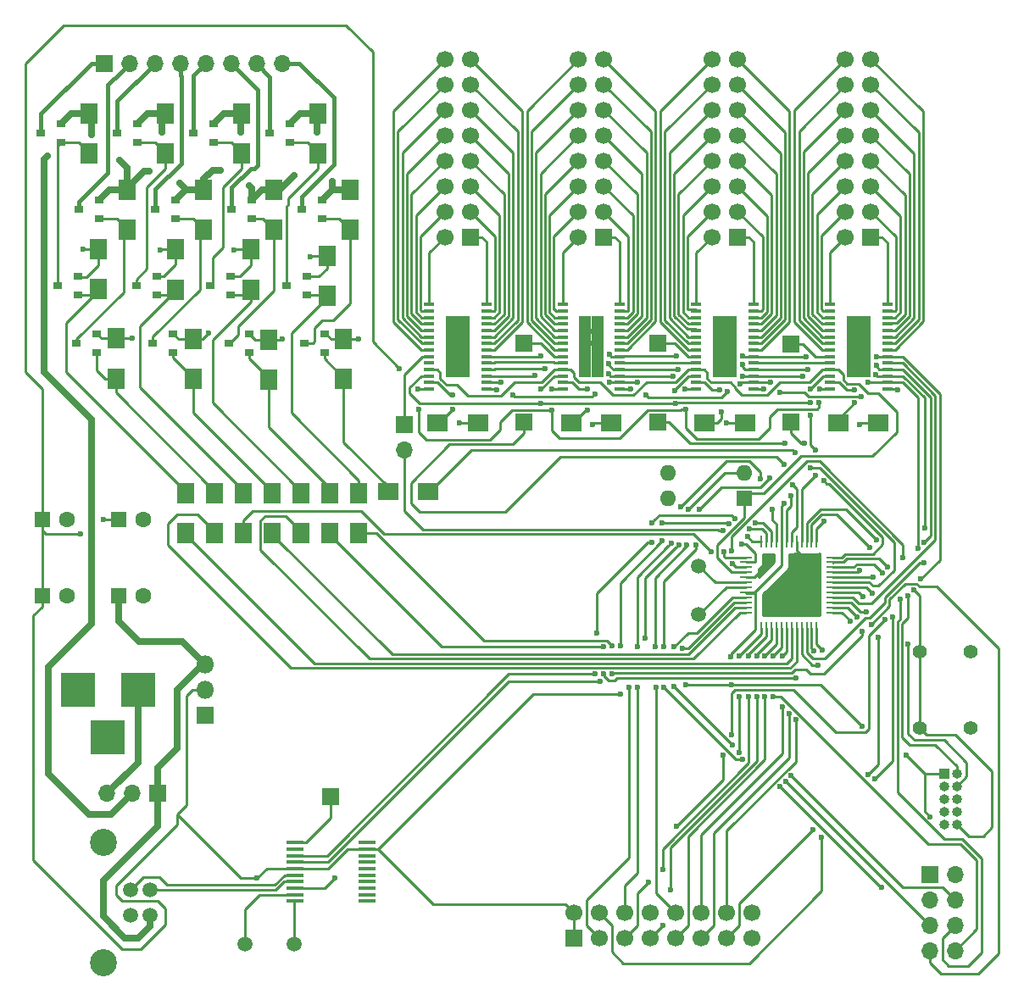
<source format=gbr>
G04 #@! TF.GenerationSoftware,KiCad,Pcbnew,(5.0.0)*
G04 #@! TF.CreationDate,2018-10-29T21:39:55-07:00*
G04 #@! TF.ProjectId,LPC1114_LED_Cube,4C5043313131345F4C45445F43756265,rev?*
G04 #@! TF.SameCoordinates,Original*
G04 #@! TF.FileFunction,Copper,L1,Top,Signal*
G04 #@! TF.FilePolarity,Positive*
%FSLAX46Y46*%
G04 Gerber Fmt 4.6, Leading zero omitted, Abs format (unit mm)*
G04 Created by KiCad (PCBNEW (5.0.0)) date 10/29/18 21:39:55*
%MOMM*%
%LPD*%
G01*
G04 APERTURE LIST*
G04 #@! TA.AperFunction,SMDPad,CuDef*
%ADD10R,1.700000X2.000000*%
G04 #@! TD*
G04 #@! TA.AperFunction,SMDPad,CuDef*
%ADD11R,2.000000X1.700000*%
G04 #@! TD*
G04 #@! TA.AperFunction,ComponentPad*
%ADD12O,1.700000X1.700000*%
G04 #@! TD*
G04 #@! TA.AperFunction,ComponentPad*
%ADD13R,1.700000X1.700000*%
G04 #@! TD*
G04 #@! TA.AperFunction,SMDPad,CuDef*
%ADD14R,1.100000X0.400000*%
G04 #@! TD*
G04 #@! TA.AperFunction,SMDPad,CuDef*
%ADD15R,1.200000X1.542500*%
G04 #@! TD*
G04 #@! TA.AperFunction,SMDPad,CuDef*
%ADD16R,1.300000X0.250000*%
G04 #@! TD*
G04 #@! TA.AperFunction,SMDPad,CuDef*
%ADD17R,0.250000X1.300000*%
G04 #@! TD*
G04 #@! TA.AperFunction,ComponentPad*
%ADD18C,1.700000*%
G04 #@! TD*
G04 #@! TA.AperFunction,ComponentPad*
%ADD19R,1.600000X1.600000*%
G04 #@! TD*
G04 #@! TA.AperFunction,ComponentPad*
%ADD20C,1.600000*%
G04 #@! TD*
G04 #@! TA.AperFunction,SMDPad,CuDef*
%ADD21R,1.750000X0.450000*%
G04 #@! TD*
G04 #@! TA.AperFunction,ComponentPad*
%ADD22R,1.800000X1.800000*%
G04 #@! TD*
G04 #@! TA.AperFunction,ComponentPad*
%ADD23O,1.800000X1.800000*%
G04 #@! TD*
G04 #@! TA.AperFunction,ComponentPad*
%ADD24R,3.500000X3.500000*%
G04 #@! TD*
G04 #@! TA.AperFunction,SMDPad,CuDef*
%ADD25R,0.900000X0.800000*%
G04 #@! TD*
G04 #@! TA.AperFunction,ComponentPad*
%ADD26R,1.000000X1.000000*%
G04 #@! TD*
G04 #@! TA.AperFunction,ComponentPad*
%ADD27O,1.000000X1.000000*%
G04 #@! TD*
G04 #@! TA.AperFunction,ComponentPad*
%ADD28C,1.520000*%
G04 #@! TD*
G04 #@! TA.AperFunction,ComponentPad*
%ADD29C,2.700000*%
G04 #@! TD*
G04 #@! TA.AperFunction,ComponentPad*
%ADD30C,1.500000*%
G04 #@! TD*
G04 #@! TA.AperFunction,ComponentPad*
%ADD31C,1.397000*%
G04 #@! TD*
G04 #@! TA.AperFunction,ComponentPad*
%ADD32O,1.600000X1.600000*%
G04 #@! TD*
G04 #@! TA.AperFunction,ViaPad*
%ADD33C,0.600000*%
G04 #@! TD*
G04 #@! TA.AperFunction,Conductor*
%ADD34C,0.250000*%
G04 #@! TD*
G04 #@! TA.AperFunction,Conductor*
%ADD35C,0.700000*%
G04 #@! TD*
G04 #@! TA.AperFunction,Conductor*
%ADD36C,0.400000*%
G04 #@! TD*
G04 #@! TA.AperFunction,Conductor*
%ADD37C,0.254000*%
G04 #@! TD*
G04 APERTURE END LIST*
D10*
G04 #@! TO.P,R223,1*
G04 #@! TO.N,Net-(Q211-Pad1)*
X119507000Y-95250000D03*
G04 #@! TO.P,R223,2*
G04 #@! TO.N,LAYER_6_ON*
X119507000Y-99250000D03*
G04 #@! TD*
G04 #@! TO.P,R218,2*
G04 #@! TO.N,LAYER_1_ON*
X105113666Y-99250000D03*
G04 #@! TO.P,R218,1*
G04 #@! TO.N,Net-(Q202-Pad1)*
X105113666Y-95250000D03*
G04 #@! TD*
G04 #@! TO.P,R219,1*
G04 #@! TO.N,Net-(Q203-Pad1)*
X107992332Y-95250000D03*
G04 #@! TO.P,R219,2*
G04 #@! TO.N,LAYER_2_ON*
X107992332Y-99250000D03*
G04 #@! TD*
G04 #@! TO.P,R220,2*
G04 #@! TO.N,LAYER_3_ON*
X110870998Y-99250000D03*
G04 #@! TO.P,R220,1*
G04 #@! TO.N,Net-(Q204-Pad1)*
X110870998Y-95250000D03*
G04 #@! TD*
G04 #@! TO.P,R221,1*
G04 #@! TO.N,Net-(Q209-Pad1)*
X113749664Y-95250000D03*
G04 #@! TO.P,R221,2*
G04 #@! TO.N,LAYER_4_ON*
X113749664Y-99250000D03*
G04 #@! TD*
G04 #@! TO.P,R222,2*
G04 #@! TO.N,LAYER_5_ON*
X116628330Y-99250000D03*
G04 #@! TO.P,R222,1*
G04 #@! TO.N,Net-(Q210-Pad1)*
X116628330Y-95250000D03*
G04 #@! TD*
D11*
G04 #@! TO.P,R224,1*
G04 #@! TO.N,Net-(Q212-Pad1)*
X122428000Y-95123000D03*
G04 #@! TO.P,R224,2*
G04 #@! TO.N,LAYER_7_ON*
X126428000Y-95123000D03*
G04 #@! TD*
D10*
G04 #@! TO.P,R217,2*
G04 #@! TO.N,LAYER_0_ON*
X102235000Y-99250000D03*
G04 #@! TO.P,R217,1*
G04 #@! TO.N,Net-(Q201-Pad1)*
X102235000Y-95250000D03*
G04 #@! TD*
D12*
G04 #@! TO.P,XERR_CH3_BRIDGE0,2*
G04 #@! TO.N,XERR_MCU_CH3*
X124079000Y-90932000D03*
D13*
G04 #@! TO.P,XERR_CH3_BRIDGE0,1*
G04 #@! TO.N,XERR_CH3*
X124079000Y-88392000D03*
G04 #@! TD*
G04 #@! TO.P,XERR_CH0_BRIDGE0,1*
G04 #@! TO.N,XERR_CH0*
X162687000Y-80391000D03*
G04 #@! TD*
G04 #@! TO.P,XERR_CH2_BRIDGE1,1*
G04 #@! TO.N,XERR_MCU_CH2*
X136017000Y-88178999D03*
G04 #@! TD*
G04 #@! TO.P,XERR_CH0_BRIDGE1,1*
G04 #@! TO.N,XERR_MCU_CH0*
X162687000Y-88178999D03*
G04 #@! TD*
G04 #@! TO.P,XERR_CH1_BRIDGE0,1*
G04 #@! TO.N,XERR_CH1*
X149352000Y-80264000D03*
G04 #@! TD*
G04 #@! TO.P,XERR_CH2_BRIDGE0,1*
G04 #@! TO.N,XERR_CH2*
X136017000Y-80264000D03*
G04 #@! TD*
G04 #@! TO.P,XERR_CH1_BRIDGE1,1*
G04 #@! TO.N,XERR_MCU_CH1*
X149352000Y-88178999D03*
G04 #@! TD*
D10*
G04 #@! TO.P,R209,1*
G04 #@! TO.N,Net-(Q201-Pad1)*
X93472000Y-74898000D03*
G04 #@! TO.P,R209,2*
G04 #@! TO.N,GND*
X93472000Y-70898000D03*
G04 #@! TD*
G04 #@! TO.P,R216,2*
G04 #@! TO.N,GND*
X117983000Y-79883000D03*
G04 #@! TO.P,R216,1*
G04 #@! TO.N,Net-(Q212-Pad1)*
X117983000Y-83883000D03*
G04 #@! TD*
G04 #@! TO.P,R215,1*
G04 #@! TO.N,Net-(Q211-Pad1)*
X116332000Y-75565000D03*
G04 #@! TO.P,R215,2*
G04 #@! TO.N,GND*
X116332000Y-71565000D03*
G04 #@! TD*
G04 #@! TO.P,R214,2*
G04 #@! TO.N,GND*
X110490000Y-79915000D03*
G04 #@! TO.P,R214,1*
G04 #@! TO.N,Net-(Q210-Pad1)*
X110490000Y-83915000D03*
G04 #@! TD*
G04 #@! TO.P,R213,1*
G04 #@! TO.N,Net-(Q209-Pad1)*
X108712000Y-74930000D03*
G04 #@! TO.P,R213,2*
G04 #@! TO.N,GND*
X108712000Y-70930000D03*
G04 #@! TD*
G04 #@! TO.P,R212,2*
G04 #@! TO.N,GND*
X102997000Y-79883000D03*
G04 #@! TO.P,R212,1*
G04 #@! TO.N,Net-(Q204-Pad1)*
X102997000Y-83883000D03*
G04 #@! TD*
G04 #@! TO.P,R211,1*
G04 #@! TO.N,Net-(Q203-Pad1)*
X101219000Y-74930000D03*
G04 #@! TO.P,R211,2*
G04 #@! TO.N,GND*
X101219000Y-70930000D03*
G04 #@! TD*
G04 #@! TO.P,R210,2*
G04 #@! TO.N,GND*
X95250000Y-79820000D03*
G04 #@! TO.P,R210,1*
G04 #@! TO.N,Net-(Q202-Pad1)*
X95250000Y-83820000D03*
G04 #@! TD*
D14*
G04 #@! TO.P,LED_CH2_CTRL0,1*
G04 #@! TO.N,GND*
X145572277Y-84861081D03*
G04 #@! TO.P,LED_CH2_CTRL0,2*
G04 #@! TO.N,BLANK*
X145572277Y-84211081D03*
G04 #@! TO.P,LED_CH2_CTRL0,3*
G04 #@! TO.N,XLAT*
X145572277Y-83561081D03*
G04 #@! TO.P,LED_CH2_CTRL0,4*
G04 #@! TO.N,LED_DATA_SCK*
X145572277Y-82911081D03*
G04 #@! TO.P,LED_CH2_CTRL0,5*
G04 #@! TO.N,SOUT_CH1_CH2*
X145572277Y-82261081D03*
G04 #@! TO.P,LED_CH2_CTRL0,6*
G04 #@! TO.N,VPRG*
X145572277Y-81611081D03*
G04 #@! TO.P,LED_CH2_CTRL0,7*
G04 #@! TO.N,LED_CH2_0*
X145572277Y-80961081D03*
G04 #@! TO.P,LED_CH2_CTRL0,8*
G04 #@! TO.N,LED_CH2_1*
X145572277Y-80311081D03*
G04 #@! TO.P,LED_CH2_CTRL0,9*
G04 #@! TO.N,LED_CH2_2*
X145572277Y-79661081D03*
G04 #@! TO.P,LED_CH2_CTRL0,10*
G04 #@! TO.N,LED_CH2_3*
X145572277Y-79011081D03*
G04 #@! TO.P,LED_CH2_CTRL0,11*
G04 #@! TO.N,LED_CH2_4*
X145572277Y-78361081D03*
G04 #@! TO.P,LED_CH2_CTRL0,12*
G04 #@! TO.N,LED_CH2_5*
X145572277Y-77711081D03*
G04 #@! TO.P,LED_CH2_CTRL0,13*
G04 #@! TO.N,LED_CH2_6*
X145572277Y-77061081D03*
G04 #@! TO.P,LED_CH2_CTRL0,14*
G04 #@! TO.N,LED_CH2_7*
X145572277Y-76411081D03*
G04 #@! TO.P,LED_CH2_CTRL0,15*
G04 #@! TO.N,LED_CH2_8*
X139872277Y-76411081D03*
G04 #@! TO.P,LED_CH2_CTRL0,16*
G04 #@! TO.N,LED_CH2_9*
X139872277Y-77061081D03*
G04 #@! TO.P,LED_CH2_CTRL0,17*
G04 #@! TO.N,LED_CH2_10*
X139872277Y-77711081D03*
G04 #@! TO.P,LED_CH2_CTRL0,18*
G04 #@! TO.N,LED_CH2_11*
X139872277Y-78361081D03*
G04 #@! TO.P,LED_CH2_CTRL0,19*
G04 #@! TO.N,LED_CH2_12*
X139872277Y-79011081D03*
G04 #@! TO.P,LED_CH2_CTRL0,20*
G04 #@! TO.N,LED_CH2_13*
X139872277Y-79661081D03*
G04 #@! TO.P,LED_CH2_CTRL0,21*
G04 #@! TO.N,LED_CH2_14*
X139872277Y-80311081D03*
G04 #@! TO.P,LED_CH2_CTRL0,22*
G04 #@! TO.N,LED_CH2_15*
X139872277Y-80961081D03*
G04 #@! TO.P,LED_CH2_CTRL0,23*
G04 #@! TO.N,XERR_CH2*
X139872277Y-81611081D03*
G04 #@! TO.P,LED_CH2_CTRL0,24*
G04 #@! TO.N,SOUT_CH2_CH3*
X139872277Y-82261081D03*
G04 #@! TO.P,LED_CH2_CTRL0,25*
G04 #@! TO.N,ISP_ENTRY*
X139872277Y-82911081D03*
G04 #@! TO.P,LED_CH2_CTRL0,26*
G04 #@! TO.N,DCPRG*
X139872277Y-83561081D03*
G04 #@! TO.P,LED_CH2_CTRL0,27*
G04 #@! TO.N,Net-(LED_CH2_CTRL0-Pad27)*
X139872277Y-84211081D03*
G04 #@! TO.P,LED_CH2_CTRL0,28*
G04 #@! TO.N,V3*
X139872277Y-84861081D03*
D15*
G04 #@! TO.P,LED_CH2_CTRL0,29*
G04 #@! TO.N,GND*
X142122277Y-78322331D03*
X142122277Y-79864831D03*
X142122277Y-81407331D03*
X142122277Y-82949831D03*
X143322277Y-78322331D03*
X143322277Y-79864831D03*
X143322277Y-81407331D03*
X143322277Y-82949831D03*
G04 #@! TD*
D16*
G04 #@! TO.P,LPC1114_0,1*
G04 #@! TO.N,LAYER_2_ON*
X158139464Y-101671787D03*
G04 #@! TO.P,LPC1114_0,2*
G04 #@! TO.N,AUX_SPI_SSEL*
X158139464Y-102171787D03*
G04 #@! TO.P,LPC1114_0,3*
G04 #@! TO.N,_RESET*
X158139464Y-102671787D03*
G04 #@! TO.P,LPC1114_0,4*
G04 #@! TO.N,ISP_ENTRY*
X158139464Y-103171787D03*
G04 #@! TO.P,LPC1114_0,5*
G04 #@! TO.N,GND*
X158139464Y-103671787D03*
G04 #@! TO.P,LPC1114_0,6*
G04 #@! TO.N,Net-(C107-Pad1)*
X158139464Y-104171787D03*
G04 #@! TO.P,LPC1114_0,7*
G04 #@! TO.N,Net-(C106-Pad1)*
X158139464Y-104671787D03*
G04 #@! TO.P,LPC1114_0,8*
G04 #@! TO.N,V3*
X158139464Y-105171787D03*
G04 #@! TO.P,LPC1114_0,9*
G04 #@! TO.N,WIRELESS_CSN*
X158139464Y-105671787D03*
G04 #@! TO.P,LPC1114_0,10*
G04 #@! TO.N,INPUT_MODE_SELECT*
X158139464Y-106171787D03*
G04 #@! TO.P,LPC1114_0,11*
G04 #@! TO.N,LAYER_3_ON*
X158139464Y-106671787D03*
G04 #@! TO.P,LPC1114_0,12*
G04 #@! TO.N,LAYER_4_ON*
X158139464Y-107171787D03*
D17*
G04 #@! TO.P,LPC1114_0,13*
G04 #@! TO.N,AUX_SPI_SCK*
X159739464Y-108771787D03*
G04 #@! TO.P,LPC1114_0,14*
G04 #@! TO.N,PIO0_3*
X160239464Y-108771787D03*
G04 #@! TO.P,LPC1114_0,15*
G04 #@! TO.N,PIO0_4*
X160739464Y-108771787D03*
G04 #@! TO.P,LPC1114_0,16*
G04 #@! TO.N,PIO0_5*
X161239464Y-108771787D03*
G04 #@! TO.P,LPC1114_0,17*
G04 #@! TO.N,WIRELESS_IRQ*
X161739464Y-108771787D03*
G04 #@! TO.P,LPC1114_0,18*
G04 #@! TO.N,PIO3_4*
X162239464Y-108771787D03*
G04 #@! TO.P,LPC1114_0,19*
G04 #@! TO.N,LAYER_0_ON*
X162739464Y-108771787D03*
G04 #@! TO.P,LPC1114_0,20*
G04 #@! TO.N,LAYER_1_ON*
X163239464Y-108771787D03*
G04 #@! TO.P,LPC1114_0,21*
G04 #@! TO.N,PIO3_5*
X163739464Y-108771787D03*
G04 #@! TO.P,LPC1114_0,22*
G04 #@! TO.N,LED_DATA_SCK*
X164239464Y-108771787D03*
G04 #@! TO.P,LPC1114_0,23*
G04 #@! TO.N,PIO0_7*
X164739464Y-108771787D03*
G04 #@! TO.P,LPC1114_0,24*
G04 #@! TO.N,LAYER_5_ON*
X165239464Y-108771787D03*
D16*
G04 #@! TO.P,LPC1114_0,25*
G04 #@! TO.N,LAYER_6_ON*
X166839464Y-107171787D03*
G04 #@! TO.P,LPC1114_0,26*
G04 #@! TO.N,AUX_SPI_MISO*
X166839464Y-106671787D03*
G04 #@! TO.P,LPC1114_0,27*
G04 #@! TO.N,PIO0_8*
X166839464Y-106171787D03*
G04 #@! TO.P,LPC1114_0,28*
G04 #@! TO.N,LED_SIN*
X166839464Y-105671787D03*
G04 #@! TO.P,LPC1114_0,29*
G04 #@! TO.N,SWCLK*
X166839464Y-105171787D03*
G04 #@! TO.P,LPC1114_0,30*
G04 #@! TO.N,PIO1_10*
X166839464Y-104671787D03*
G04 #@! TO.P,LPC1114_0,31*
G04 #@! TO.N,LAYER_7_ON*
X166839464Y-104171787D03*
G04 #@! TO.P,LPC1114_0,32*
G04 #@! TO.N,PIO0_11*
X166839464Y-103671787D03*
G04 #@! TO.P,LPC1114_0,33*
G04 #@! TO.N,XLAT*
X166839464Y-103171787D03*
G04 #@! TO.P,LPC1114_0,34*
G04 #@! TO.N,BLANK*
X166839464Y-102671787D03*
G04 #@! TO.P,LPC1114_0,35*
G04 #@! TO.N,VPRG*
X166839464Y-102171787D03*
G04 #@! TO.P,LPC1114_0,36*
G04 #@! TO.N,XERR_MCU_CH0*
X166839464Y-101671787D03*
D17*
G04 #@! TO.P,LPC1114_0,37*
G04 #@! TO.N,XERR_MCU_CH1*
X165239464Y-100071787D03*
G04 #@! TO.P,LPC1114_0,38*
G04 #@! TO.N,AUX_SPI_MOSI*
X164739464Y-100071787D03*
G04 #@! TO.P,LPC1114_0,39*
G04 #@! TO.N,SWDIO*
X164239464Y-100071787D03*
G04 #@! TO.P,LPC1114_0,40*
G04 #@! TO.N,DCPRG*
X163739464Y-100071787D03*
G04 #@! TO.P,LPC1114_0,41*
G04 #@! TO.N,GND*
X163239464Y-100071787D03*
G04 #@! TO.P,LPC1114_0,42*
G04 #@! TO.N,PIO1_11*
X162739464Y-100071787D03*
G04 #@! TO.P,LPC1114_0,43*
G04 #@! TO.N,XERR_MCU_CH2*
X162239464Y-100071787D03*
G04 #@! TO.P,LPC1114_0,44*
G04 #@! TO.N,V3*
X161739464Y-100071787D03*
G04 #@! TO.P,LPC1114_0,45*
G04 #@! TO.N,PIO1_5*
X161239464Y-100071787D03*
G04 #@! TO.P,LPC1114_0,46*
G04 #@! TO.N,TXD_USB*
X160739464Y-100071787D03*
G04 #@! TO.P,LPC1114_0,47*
G04 #@! TO.N,RXD_USB*
X160239464Y-100071787D03*
G04 #@! TO.P,LPC1114_0,48*
G04 #@! TO.N,XERR_MCU_CH3*
X159739464Y-100071787D03*
G04 #@! TD*
D13*
G04 #@! TO.P,AUX_I/O_0,1*
G04 #@! TO.N,V3*
X140970000Y-139700000D03*
D18*
G04 #@! TO.P,AUX_I/O_0,2*
X140970000Y-137160000D03*
G04 #@! TO.P,AUX_I/O_0,3*
G04 #@! TO.N,INPUT_MODE_SELECT*
X143510000Y-139700000D03*
G04 #@! TO.P,AUX_I/O_0,4*
G04 #@! TO.N,PIO0_11*
X143510000Y-137160000D03*
G04 #@! TO.P,AUX_I/O_0,5*
G04 #@! TO.N,PIO0_3*
X146050000Y-139700000D03*
G04 #@! TO.P,AUX_I/O_0,6*
G04 #@! TO.N,PIO1_5*
X146050000Y-137160000D03*
G04 #@! TO.P,AUX_I/O_0,7*
G04 #@! TO.N,PIO0_4*
X148590000Y-139700000D03*
G04 #@! TO.P,AUX_I/O_0,8*
G04 #@! TO.N,PIO1_10*
X148590000Y-137160000D03*
G04 #@! TO.P,AUX_I/O_0,9*
G04 #@! TO.N,PIO0_5*
X151130000Y-139700000D03*
G04 #@! TO.P,AUX_I/O_0,10*
G04 #@! TO.N,PIO1_11*
X151130000Y-137160000D03*
G04 #@! TO.P,AUX_I/O_0,11*
G04 #@! TO.N,PIO0_7*
X153670000Y-139700000D03*
G04 #@! TO.P,AUX_I/O_0,12*
G04 #@! TO.N,PIO3_4*
X153670000Y-137160000D03*
G04 #@! TO.P,AUX_I/O_0,13*
G04 #@! TO.N,PIO0_8*
X156210000Y-139700000D03*
G04 #@! TO.P,AUX_I/O_0,14*
G04 #@! TO.N,PIO3_5*
X156210000Y-137160000D03*
G04 #@! TO.P,AUX_I/O_0,15*
G04 #@! TO.N,GND*
X158750000Y-139700000D03*
G04 #@! TO.P,AUX_I/O_0,16*
X158750000Y-137160000D03*
G04 #@! TD*
D19*
G04 #@! TO.P,C101,1*
G04 #@! TO.N,V3*
X87884000Y-97917000D03*
D20*
G04 #@! TO.P,C101,2*
G04 #@! TO.N,GND*
X90384000Y-97917000D03*
G04 #@! TD*
D19*
G04 #@! TO.P,C110,1*
G04 #@! TO.N,V5_USB*
X95504000Y-105537000D03*
D20*
G04 #@! TO.P,C110,2*
G04 #@! TO.N,GND*
X98004000Y-105537000D03*
G04 #@! TD*
D19*
G04 #@! TO.P,C111,1*
G04 #@! TO.N,V3*
X95504000Y-97917000D03*
D20*
G04 #@! TO.P,C111,2*
G04 #@! TO.N,GND*
X98004000Y-97917000D03*
G04 #@! TD*
D19*
G04 #@! TO.P,C114,1*
G04 #@! TO.N,V3*
X87884000Y-105537000D03*
D20*
G04 #@! TO.P,C114,2*
G04 #@! TO.N,GND*
X90384000Y-105537000D03*
G04 #@! TD*
D21*
G04 #@! TO.P,CH340T_0,1*
G04 #@! TO.N,Net-(CH340T_0-Pad1)*
X113113000Y-130171000D03*
G04 #@! TO.P,CH340T_0,2*
G04 #@! TO.N,Net-(CH340T_0-Pad2)*
X113113000Y-130821000D03*
G04 #@! TO.P,CH340T_0,3*
G04 #@! TO.N,TXD_USB*
X113113000Y-131471000D03*
G04 #@! TO.P,CH340T_0,4*
G04 #@! TO.N,RXD_USB*
X113113000Y-132121000D03*
G04 #@! TO.P,CH340T_0,5*
G04 #@! TO.N,V3*
X113113000Y-132771000D03*
G04 #@! TO.P,CH340T_0,6*
G04 #@! TO.N,Net-(CH340T_0-Pad6)*
X113113000Y-133421000D03*
G04 #@! TO.P,CH340T_0,7*
G04 #@! TO.N,Net-(CH340T_0-Pad7)*
X113113000Y-134071000D03*
G04 #@! TO.P,CH340T_0,8*
G04 #@! TO.N,GND*
X113113000Y-134721000D03*
G04 #@! TO.P,CH340T_0,9*
G04 #@! TO.N,Net-(C103-Pad1)*
X113113000Y-135371000D03*
G04 #@! TO.P,CH340T_0,10*
G04 #@! TO.N,Net-(C105-Pad1)*
X113113000Y-136021000D03*
G04 #@! TO.P,CH340T_0,11*
G04 #@! TO.N,Net-(CH340T_0-Pad11)*
X120313000Y-136021000D03*
G04 #@! TO.P,CH340T_0,12*
G04 #@! TO.N,Net-(CH340T_0-Pad12)*
X120313000Y-135371000D03*
G04 #@! TO.P,CH340T_0,13*
G04 #@! TO.N,Net-(CH340T_0-Pad13)*
X120313000Y-134721000D03*
G04 #@! TO.P,CH340T_0,14*
G04 #@! TO.N,Net-(CH340T_0-Pad14)*
X120313000Y-134071000D03*
G04 #@! TO.P,CH340T_0,15*
G04 #@! TO.N,Net-(CH340T_0-Pad15)*
X120313000Y-133421000D03*
G04 #@! TO.P,CH340T_0,16*
G04 #@! TO.N,Net-(CH340T_0-Pad16)*
X120313000Y-132771000D03*
G04 #@! TO.P,CH340T_0,17*
G04 #@! TO.N,Net-(CH340T_0-Pad17)*
X120313000Y-132121000D03*
G04 #@! TO.P,CH340T_0,18*
G04 #@! TO.N,Net-(CH340T_0-Pad18)*
X120313000Y-131471000D03*
G04 #@! TO.P,CH340T_0,19*
G04 #@! TO.N,V3*
X120313000Y-130821000D03*
G04 #@! TO.P,CH340T_0,20*
G04 #@! TO.N,Net-(CH340T_0-Pad20)*
X120313000Y-130171000D03*
G04 #@! TD*
D13*
G04 #@! TO.P,CH340_CKO_0,1*
G04 #@! TO.N,Net-(CH340T_0-Pad1)*
X116713000Y-125603000D03*
G04 #@! TD*
G04 #@! TO.P,LAYER_VOUT0,1*
G04 #@! TO.N,/LayerController/LAYER_0_PWR*
X94056200Y-52344320D03*
D12*
G04 #@! TO.P,LAYER_VOUT0,2*
G04 #@! TO.N,/LayerController/LAYER_1_PWR*
X96596200Y-52344320D03*
G04 #@! TO.P,LAYER_VOUT0,3*
G04 #@! TO.N,/LayerController/LAYER_2_PWR*
X99136200Y-52344320D03*
G04 #@! TO.P,LAYER_VOUT0,4*
G04 #@! TO.N,/LayerController/LAYER_3_PWR*
X101676200Y-52344320D03*
G04 #@! TO.P,LAYER_VOUT0,5*
G04 #@! TO.N,/LayerController/LAYER_4_PWR*
X104216200Y-52344320D03*
G04 #@! TO.P,LAYER_VOUT0,6*
G04 #@! TO.N,/LayerController/LAYER_5_PWR*
X106756200Y-52344320D03*
G04 #@! TO.P,LAYER_VOUT0,7*
G04 #@! TO.N,/LayerController/LAYER_6_PWR*
X109296200Y-52344320D03*
G04 #@! TO.P,LAYER_VOUT0,8*
G04 #@! TO.N,/LayerController/LAYER_7_PWR*
X111836200Y-52344320D03*
G04 #@! TD*
D22*
G04 #@! TO.P,LD33V_0,1*
G04 #@! TO.N,GND*
X104140000Y-117475000D03*
D23*
G04 #@! TO.P,LD33V_0,2*
G04 #@! TO.N,V3*
X104140000Y-114935000D03*
G04 #@! TO.P,LD33V_0,3*
G04 #@! TO.N,V5_USB*
X104140000Y-112395000D03*
G04 #@! TD*
D13*
G04 #@! TO.P,LED_CH0,1*
G04 #@! TO.N,LED_CH0_7*
X170662277Y-69680081D03*
D18*
G04 #@! TO.P,LED_CH0,2*
G04 #@! TO.N,LED_CH0_8*
X168122277Y-69680081D03*
G04 #@! TO.P,LED_CH0,3*
G04 #@! TO.N,LED_CH0_6*
X170662277Y-67140081D03*
G04 #@! TO.P,LED_CH0,4*
G04 #@! TO.N,LED_CH0_9*
X168122277Y-67140081D03*
G04 #@! TO.P,LED_CH0,5*
G04 #@! TO.N,LED_CH0_5*
X170662277Y-64600081D03*
G04 #@! TO.P,LED_CH0,6*
G04 #@! TO.N,LED_CH0_10*
X168122277Y-64600081D03*
G04 #@! TO.P,LED_CH0,7*
G04 #@! TO.N,LED_CH0_4*
X170662277Y-62060081D03*
G04 #@! TO.P,LED_CH0,8*
G04 #@! TO.N,LED_CH0_11*
X168122277Y-62060081D03*
G04 #@! TO.P,LED_CH0,9*
G04 #@! TO.N,LED_CH0_3*
X170662277Y-59520081D03*
G04 #@! TO.P,LED_CH0,10*
G04 #@! TO.N,LED_CH0_12*
X168122277Y-59520081D03*
G04 #@! TO.P,LED_CH0,11*
G04 #@! TO.N,LED_CH0_2*
X170662277Y-56980081D03*
G04 #@! TO.P,LED_CH0,12*
G04 #@! TO.N,LED_CH0_13*
X168122277Y-56980081D03*
G04 #@! TO.P,LED_CH0,13*
G04 #@! TO.N,LED_CH0_1*
X170662277Y-54440081D03*
G04 #@! TO.P,LED_CH0,14*
G04 #@! TO.N,LED_CH0_14*
X168122277Y-54440081D03*
G04 #@! TO.P,LED_CH0,15*
G04 #@! TO.N,LED_CH0_0*
X170662277Y-51900081D03*
G04 #@! TO.P,LED_CH0,16*
G04 #@! TO.N,LED_CH0_15*
X168122277Y-51900081D03*
G04 #@! TD*
D14*
G04 #@! TO.P,LED_CH0_CTRL0,1*
G04 #@! TO.N,GND*
X172298277Y-84861081D03*
G04 #@! TO.P,LED_CH0_CTRL0,2*
G04 #@! TO.N,BLANK*
X172298277Y-84211081D03*
G04 #@! TO.P,LED_CH0_CTRL0,3*
G04 #@! TO.N,XLAT*
X172298277Y-83561081D03*
G04 #@! TO.P,LED_CH0_CTRL0,4*
G04 #@! TO.N,LED_DATA_SCK*
X172298277Y-82911081D03*
G04 #@! TO.P,LED_CH0_CTRL0,5*
G04 #@! TO.N,LED_SIN*
X172298277Y-82261081D03*
G04 #@! TO.P,LED_CH0_CTRL0,6*
G04 #@! TO.N,VPRG*
X172298277Y-81611081D03*
G04 #@! TO.P,LED_CH0_CTRL0,7*
G04 #@! TO.N,LED_CH0_0*
X172298277Y-80961081D03*
G04 #@! TO.P,LED_CH0_CTRL0,8*
G04 #@! TO.N,LED_CH0_1*
X172298277Y-80311081D03*
G04 #@! TO.P,LED_CH0_CTRL0,9*
G04 #@! TO.N,LED_CH0_2*
X172298277Y-79661081D03*
G04 #@! TO.P,LED_CH0_CTRL0,10*
G04 #@! TO.N,LED_CH0_3*
X172298277Y-79011081D03*
G04 #@! TO.P,LED_CH0_CTRL0,11*
G04 #@! TO.N,LED_CH0_4*
X172298277Y-78361081D03*
G04 #@! TO.P,LED_CH0_CTRL0,12*
G04 #@! TO.N,LED_CH0_5*
X172298277Y-77711081D03*
G04 #@! TO.P,LED_CH0_CTRL0,13*
G04 #@! TO.N,LED_CH0_6*
X172298277Y-77061081D03*
G04 #@! TO.P,LED_CH0_CTRL0,14*
G04 #@! TO.N,LED_CH0_7*
X172298277Y-76411081D03*
G04 #@! TO.P,LED_CH0_CTRL0,15*
G04 #@! TO.N,LED_CH0_8*
X166598277Y-76411081D03*
G04 #@! TO.P,LED_CH0_CTRL0,16*
G04 #@! TO.N,LED_CH0_9*
X166598277Y-77061081D03*
G04 #@! TO.P,LED_CH0_CTRL0,17*
G04 #@! TO.N,LED_CH0_10*
X166598277Y-77711081D03*
G04 #@! TO.P,LED_CH0_CTRL0,18*
G04 #@! TO.N,LED_CH0_11*
X166598277Y-78361081D03*
G04 #@! TO.P,LED_CH0_CTRL0,19*
G04 #@! TO.N,LED_CH0_12*
X166598277Y-79011081D03*
G04 #@! TO.P,LED_CH0_CTRL0,20*
G04 #@! TO.N,LED_CH0_13*
X166598277Y-79661081D03*
G04 #@! TO.P,LED_CH0_CTRL0,21*
G04 #@! TO.N,LED_CH0_14*
X166598277Y-80311081D03*
G04 #@! TO.P,LED_CH0_CTRL0,22*
G04 #@! TO.N,LED_CH0_15*
X166598277Y-80961081D03*
G04 #@! TO.P,LED_CH0_CTRL0,23*
G04 #@! TO.N,XERR_CH0*
X166598277Y-81611081D03*
G04 #@! TO.P,LED_CH0_CTRL0,24*
G04 #@! TO.N,SOUT_CH0_CH1*
X166598277Y-82261081D03*
G04 #@! TO.P,LED_CH0_CTRL0,25*
G04 #@! TO.N,ISP_ENTRY*
X166598277Y-82911081D03*
G04 #@! TO.P,LED_CH0_CTRL0,26*
G04 #@! TO.N,DCPRG*
X166598277Y-83561081D03*
G04 #@! TO.P,LED_CH0_CTRL0,27*
G04 #@! TO.N,Net-(LED_CH0_CTRL0-Pad27)*
X166598277Y-84211081D03*
G04 #@! TO.P,LED_CH0_CTRL0,28*
G04 #@! TO.N,V3*
X166598277Y-84861081D03*
D15*
G04 #@! TO.P,LED_CH0_CTRL0,29*
G04 #@! TO.N,GND*
X168848277Y-78322331D03*
X168848277Y-79864831D03*
X168848277Y-81407331D03*
X168848277Y-82949831D03*
X170048277Y-78322331D03*
X170048277Y-79864831D03*
X170048277Y-81407331D03*
X170048277Y-82949831D03*
G04 #@! TD*
D13*
G04 #@! TO.P,LED_CH1,1*
G04 #@! TO.N,LED_CH1_7*
X157327277Y-69680081D03*
D18*
G04 #@! TO.P,LED_CH1,2*
G04 #@! TO.N,LED_CH1_8*
X154787277Y-69680081D03*
G04 #@! TO.P,LED_CH1,3*
G04 #@! TO.N,LED_CH1_6*
X157327277Y-67140081D03*
G04 #@! TO.P,LED_CH1,4*
G04 #@! TO.N,LED_CH1_9*
X154787277Y-67140081D03*
G04 #@! TO.P,LED_CH1,5*
G04 #@! TO.N,LED_CH1_5*
X157327277Y-64600081D03*
G04 #@! TO.P,LED_CH1,6*
G04 #@! TO.N,LED_CH1_10*
X154787277Y-64600081D03*
G04 #@! TO.P,LED_CH1,7*
G04 #@! TO.N,LED_CH1_4*
X157327277Y-62060081D03*
G04 #@! TO.P,LED_CH1,8*
G04 #@! TO.N,LED_CH1_11*
X154787277Y-62060081D03*
G04 #@! TO.P,LED_CH1,9*
G04 #@! TO.N,LED_CH1_3*
X157327277Y-59520081D03*
G04 #@! TO.P,LED_CH1,10*
G04 #@! TO.N,LED_CH1_12*
X154787277Y-59520081D03*
G04 #@! TO.P,LED_CH1,11*
G04 #@! TO.N,LED_CH1_2*
X157327277Y-56980081D03*
G04 #@! TO.P,LED_CH1,12*
G04 #@! TO.N,LED_CH1_13*
X154787277Y-56980081D03*
G04 #@! TO.P,LED_CH1,13*
G04 #@! TO.N,LED_CH1_1*
X157327277Y-54440081D03*
G04 #@! TO.P,LED_CH1,14*
G04 #@! TO.N,LED_CH1_14*
X154787277Y-54440081D03*
G04 #@! TO.P,LED_CH1,15*
G04 #@! TO.N,LED_CH1_0*
X157327277Y-51900081D03*
G04 #@! TO.P,LED_CH1,16*
G04 #@! TO.N,LED_CH1_15*
X154787277Y-51900081D03*
G04 #@! TD*
D14*
G04 #@! TO.P,LED_CH1_CTRL0,1*
G04 #@! TO.N,GND*
X158907277Y-84861081D03*
G04 #@! TO.P,LED_CH1_CTRL0,2*
G04 #@! TO.N,BLANK*
X158907277Y-84211081D03*
G04 #@! TO.P,LED_CH1_CTRL0,3*
G04 #@! TO.N,XLAT*
X158907277Y-83561081D03*
G04 #@! TO.P,LED_CH1_CTRL0,4*
G04 #@! TO.N,LED_DATA_SCK*
X158907277Y-82911081D03*
G04 #@! TO.P,LED_CH1_CTRL0,5*
G04 #@! TO.N,SOUT_CH0_CH1*
X158907277Y-82261081D03*
G04 #@! TO.P,LED_CH1_CTRL0,6*
G04 #@! TO.N,VPRG*
X158907277Y-81611081D03*
G04 #@! TO.P,LED_CH1_CTRL0,7*
G04 #@! TO.N,LED_CH1_0*
X158907277Y-80961081D03*
G04 #@! TO.P,LED_CH1_CTRL0,8*
G04 #@! TO.N,LED_CH1_1*
X158907277Y-80311081D03*
G04 #@! TO.P,LED_CH1_CTRL0,9*
G04 #@! TO.N,LED_CH1_2*
X158907277Y-79661081D03*
G04 #@! TO.P,LED_CH1_CTRL0,10*
G04 #@! TO.N,LED_CH1_3*
X158907277Y-79011081D03*
G04 #@! TO.P,LED_CH1_CTRL0,11*
G04 #@! TO.N,LED_CH1_4*
X158907277Y-78361081D03*
G04 #@! TO.P,LED_CH1_CTRL0,12*
G04 #@! TO.N,LED_CH1_5*
X158907277Y-77711081D03*
G04 #@! TO.P,LED_CH1_CTRL0,13*
G04 #@! TO.N,LED_CH1_6*
X158907277Y-77061081D03*
G04 #@! TO.P,LED_CH1_CTRL0,14*
G04 #@! TO.N,LED_CH1_7*
X158907277Y-76411081D03*
G04 #@! TO.P,LED_CH1_CTRL0,15*
G04 #@! TO.N,LED_CH1_8*
X153207277Y-76411081D03*
G04 #@! TO.P,LED_CH1_CTRL0,16*
G04 #@! TO.N,LED_CH1_9*
X153207277Y-77061081D03*
G04 #@! TO.P,LED_CH1_CTRL0,17*
G04 #@! TO.N,LED_CH1_10*
X153207277Y-77711081D03*
G04 #@! TO.P,LED_CH1_CTRL0,18*
G04 #@! TO.N,LED_CH1_11*
X153207277Y-78361081D03*
G04 #@! TO.P,LED_CH1_CTRL0,19*
G04 #@! TO.N,LED_CH1_12*
X153207277Y-79011081D03*
G04 #@! TO.P,LED_CH1_CTRL0,20*
G04 #@! TO.N,LED_CH1_13*
X153207277Y-79661081D03*
G04 #@! TO.P,LED_CH1_CTRL0,21*
G04 #@! TO.N,LED_CH1_14*
X153207277Y-80311081D03*
G04 #@! TO.P,LED_CH1_CTRL0,22*
G04 #@! TO.N,LED_CH1_15*
X153207277Y-80961081D03*
G04 #@! TO.P,LED_CH1_CTRL0,23*
G04 #@! TO.N,XERR_CH1*
X153207277Y-81611081D03*
G04 #@! TO.P,LED_CH1_CTRL0,24*
G04 #@! TO.N,SOUT_CH1_CH2*
X153207277Y-82261081D03*
G04 #@! TO.P,LED_CH1_CTRL0,25*
G04 #@! TO.N,ISP_ENTRY*
X153207277Y-82911081D03*
G04 #@! TO.P,LED_CH1_CTRL0,26*
G04 #@! TO.N,DCPRG*
X153207277Y-83561081D03*
G04 #@! TO.P,LED_CH1_CTRL0,27*
G04 #@! TO.N,Net-(LED_CH1_CTRL0-Pad27)*
X153207277Y-84211081D03*
G04 #@! TO.P,LED_CH1_CTRL0,28*
G04 #@! TO.N,V3*
X153207277Y-84861081D03*
D15*
G04 #@! TO.P,LED_CH1_CTRL0,29*
G04 #@! TO.N,GND*
X155457277Y-78322331D03*
X155457277Y-79864831D03*
X155457277Y-81407331D03*
X155457277Y-82949831D03*
X156657277Y-78322331D03*
X156657277Y-79864831D03*
X156657277Y-81407331D03*
X156657277Y-82949831D03*
G04 #@! TD*
D13*
G04 #@! TO.P,LED_CH2,1*
G04 #@! TO.N,LED_CH2_7*
X143992277Y-69680081D03*
D18*
G04 #@! TO.P,LED_CH2,2*
G04 #@! TO.N,LED_CH2_8*
X141452277Y-69680081D03*
G04 #@! TO.P,LED_CH2,3*
G04 #@! TO.N,LED_CH2_6*
X143992277Y-67140081D03*
G04 #@! TO.P,LED_CH2,4*
G04 #@! TO.N,LED_CH2_9*
X141452277Y-67140081D03*
G04 #@! TO.P,LED_CH2,5*
G04 #@! TO.N,LED_CH2_5*
X143992277Y-64600081D03*
G04 #@! TO.P,LED_CH2,6*
G04 #@! TO.N,LED_CH2_10*
X141452277Y-64600081D03*
G04 #@! TO.P,LED_CH2,7*
G04 #@! TO.N,LED_CH2_4*
X143992277Y-62060081D03*
G04 #@! TO.P,LED_CH2,8*
G04 #@! TO.N,LED_CH2_11*
X141452277Y-62060081D03*
G04 #@! TO.P,LED_CH2,9*
G04 #@! TO.N,LED_CH2_3*
X143992277Y-59520081D03*
G04 #@! TO.P,LED_CH2,10*
G04 #@! TO.N,LED_CH2_12*
X141452277Y-59520081D03*
G04 #@! TO.P,LED_CH2,11*
G04 #@! TO.N,LED_CH2_2*
X143992277Y-56980081D03*
G04 #@! TO.P,LED_CH2,12*
G04 #@! TO.N,LED_CH2_13*
X141452277Y-56980081D03*
G04 #@! TO.P,LED_CH2,13*
G04 #@! TO.N,LED_CH2_1*
X143992277Y-54440081D03*
G04 #@! TO.P,LED_CH2,14*
G04 #@! TO.N,LED_CH2_14*
X141452277Y-54440081D03*
G04 #@! TO.P,LED_CH2,15*
G04 #@! TO.N,LED_CH2_0*
X143992277Y-51900081D03*
G04 #@! TO.P,LED_CH2,16*
G04 #@! TO.N,LED_CH2_15*
X141452277Y-51900081D03*
G04 #@! TD*
D13*
G04 #@! TO.P,LED_CH3,1*
G04 #@! TO.N,LED_CH3_7*
X130657277Y-69680081D03*
D18*
G04 #@! TO.P,LED_CH3,2*
G04 #@! TO.N,LED_CH3_8*
X128117277Y-69680081D03*
G04 #@! TO.P,LED_CH3,3*
G04 #@! TO.N,LED_CH3_6*
X130657277Y-67140081D03*
G04 #@! TO.P,LED_CH3,4*
G04 #@! TO.N,LED_CH3_9*
X128117277Y-67140081D03*
G04 #@! TO.P,LED_CH3,5*
G04 #@! TO.N,LED_CH3_5*
X130657277Y-64600081D03*
G04 #@! TO.P,LED_CH3,6*
G04 #@! TO.N,LED_CH3_10*
X128117277Y-64600081D03*
G04 #@! TO.P,LED_CH3,7*
G04 #@! TO.N,LED_CH3_4*
X130657277Y-62060081D03*
G04 #@! TO.P,LED_CH3,8*
G04 #@! TO.N,LED_CH3_11*
X128117277Y-62060081D03*
G04 #@! TO.P,LED_CH3,9*
G04 #@! TO.N,LED_CH3_3*
X130657277Y-59520081D03*
G04 #@! TO.P,LED_CH3,10*
G04 #@! TO.N,LED_CH3_12*
X128117277Y-59520081D03*
G04 #@! TO.P,LED_CH3,11*
G04 #@! TO.N,LED_CH3_2*
X130657277Y-56980081D03*
G04 #@! TO.P,LED_CH3,12*
G04 #@! TO.N,LED_CH3_13*
X128117277Y-56980081D03*
G04 #@! TO.P,LED_CH3,13*
G04 #@! TO.N,LED_CH3_1*
X130657277Y-54440081D03*
G04 #@! TO.P,LED_CH3,14*
G04 #@! TO.N,LED_CH3_14*
X128117277Y-54440081D03*
G04 #@! TO.P,LED_CH3,15*
G04 #@! TO.N,LED_CH3_0*
X130657277Y-51900081D03*
G04 #@! TO.P,LED_CH3,16*
G04 #@! TO.N,LED_CH3_15*
X128117277Y-51900081D03*
G04 #@! TD*
D14*
G04 #@! TO.P,LED_CH3_CTRL0,1*
G04 #@! TO.N,GND*
X132237277Y-84861081D03*
G04 #@! TO.P,LED_CH3_CTRL0,2*
G04 #@! TO.N,BLANK*
X132237277Y-84211081D03*
G04 #@! TO.P,LED_CH3_CTRL0,3*
G04 #@! TO.N,XLAT*
X132237277Y-83561081D03*
G04 #@! TO.P,LED_CH3_CTRL0,4*
G04 #@! TO.N,LED_DATA_SCK*
X132237277Y-82911081D03*
G04 #@! TO.P,LED_CH3_CTRL0,5*
G04 #@! TO.N,SOUT_CH2_CH3*
X132237277Y-82261081D03*
G04 #@! TO.P,LED_CH3_CTRL0,6*
G04 #@! TO.N,VPRG*
X132237277Y-81611081D03*
G04 #@! TO.P,LED_CH3_CTRL0,7*
G04 #@! TO.N,LED_CH3_0*
X132237277Y-80961081D03*
G04 #@! TO.P,LED_CH3_CTRL0,8*
G04 #@! TO.N,LED_CH3_1*
X132237277Y-80311081D03*
G04 #@! TO.P,LED_CH3_CTRL0,9*
G04 #@! TO.N,LED_CH3_2*
X132237277Y-79661081D03*
G04 #@! TO.P,LED_CH3_CTRL0,10*
G04 #@! TO.N,LED_CH3_3*
X132237277Y-79011081D03*
G04 #@! TO.P,LED_CH3_CTRL0,11*
G04 #@! TO.N,LED_CH3_4*
X132237277Y-78361081D03*
G04 #@! TO.P,LED_CH3_CTRL0,12*
G04 #@! TO.N,LED_CH3_5*
X132237277Y-77711081D03*
G04 #@! TO.P,LED_CH3_CTRL0,13*
G04 #@! TO.N,LED_CH3_6*
X132237277Y-77061081D03*
G04 #@! TO.P,LED_CH3_CTRL0,14*
G04 #@! TO.N,LED_CH3_7*
X132237277Y-76411081D03*
G04 #@! TO.P,LED_CH3_CTRL0,15*
G04 #@! TO.N,LED_CH3_8*
X126537277Y-76411081D03*
G04 #@! TO.P,LED_CH3_CTRL0,16*
G04 #@! TO.N,LED_CH3_9*
X126537277Y-77061081D03*
G04 #@! TO.P,LED_CH3_CTRL0,17*
G04 #@! TO.N,LED_CH3_10*
X126537277Y-77711081D03*
G04 #@! TO.P,LED_CH3_CTRL0,18*
G04 #@! TO.N,LED_CH3_11*
X126537277Y-78361081D03*
G04 #@! TO.P,LED_CH3_CTRL0,19*
G04 #@! TO.N,LED_CH3_12*
X126537277Y-79011081D03*
G04 #@! TO.P,LED_CH3_CTRL0,20*
G04 #@! TO.N,LED_CH3_13*
X126537277Y-79661081D03*
G04 #@! TO.P,LED_CH3_CTRL0,21*
G04 #@! TO.N,LED_CH3_14*
X126537277Y-80311081D03*
G04 #@! TO.P,LED_CH3_CTRL0,22*
G04 #@! TO.N,LED_CH3_15*
X126537277Y-80961081D03*
G04 #@! TO.P,LED_CH3_CTRL0,23*
G04 #@! TO.N,XERR_CH3*
X126537277Y-81611081D03*
G04 #@! TO.P,LED_CH3_CTRL0,24*
G04 #@! TO.N,SOUT*
X126537277Y-82261081D03*
G04 #@! TO.P,LED_CH3_CTRL0,25*
G04 #@! TO.N,ISP_ENTRY*
X126537277Y-82911081D03*
G04 #@! TO.P,LED_CH3_CTRL0,26*
G04 #@! TO.N,DCPRG*
X126537277Y-83561081D03*
G04 #@! TO.P,LED_CH3_CTRL0,27*
G04 #@! TO.N,Net-(LED_CH3_CTRL0-Pad27)*
X126537277Y-84211081D03*
G04 #@! TO.P,LED_CH3_CTRL0,28*
G04 #@! TO.N,V3*
X126537277Y-84861081D03*
D15*
G04 #@! TO.P,LED_CH3_CTRL0,29*
G04 #@! TO.N,GND*
X128787277Y-78322331D03*
X128787277Y-79864831D03*
X128787277Y-81407331D03*
X128787277Y-82949831D03*
X129987277Y-78322331D03*
X129987277Y-79864831D03*
X129987277Y-81407331D03*
X129987277Y-82949831D03*
G04 #@! TD*
D24*
G04 #@! TO.P,PWR_JACK0,1*
G04 #@! TO.N,V5_AUX*
X97440000Y-114935000D03*
G04 #@! TO.P,PWR_JACK0,2*
G04 #@! TO.N,GND*
X91440000Y-114935000D03*
G04 #@! TO.P,PWR_JACK0,3*
G04 #@! TO.N,Net-(PWR_JACK0-Pad3)*
X94440000Y-119635000D03*
G04 #@! TD*
D13*
G04 #@! TO.P,PWR_SEL1,1*
G04 #@! TO.N,V5_USB*
X99425760Y-125254640D03*
D12*
G04 #@! TO.P,PWR_SEL1,2*
G04 #@! TO.N,V5*
X96885760Y-125254640D03*
G04 #@! TO.P,PWR_SEL1,3*
G04 #@! TO.N,V5_AUX*
X94345760Y-125254640D03*
G04 #@! TD*
D25*
G04 #@! TO.P,Q201,1*
G04 #@! TO.N,Net-(Q201-Pad1)*
X91424000Y-75499000D03*
G04 #@! TO.P,Q201,2*
G04 #@! TO.N,GND*
X91424000Y-73599000D03*
G04 #@! TO.P,Q201,3*
G04 #@! TO.N,Net-(Q201-Pad3)*
X89424000Y-74549000D03*
G04 #@! TD*
G04 #@! TO.P,Q202,1*
G04 #@! TO.N,Net-(Q202-Pad1)*
X93329000Y-81214000D03*
G04 #@! TO.P,Q202,2*
G04 #@! TO.N,GND*
X93329000Y-79314000D03*
G04 #@! TO.P,Q202,3*
G04 #@! TO.N,Net-(Q202-Pad3)*
X91329000Y-80264000D03*
G04 #@! TD*
G04 #@! TO.P,Q203,1*
G04 #@! TO.N,Net-(Q203-Pad1)*
X99298000Y-75499000D03*
G04 #@! TO.P,Q203,2*
G04 #@! TO.N,GND*
X99298000Y-73599000D03*
G04 #@! TO.P,Q203,3*
G04 #@! TO.N,Net-(Q203-Pad3)*
X97298000Y-74549000D03*
G04 #@! TD*
G04 #@! TO.P,Q204,1*
G04 #@! TO.N,Net-(Q204-Pad1)*
X100949000Y-81214000D03*
G04 #@! TO.P,Q204,2*
G04 #@! TO.N,GND*
X100949000Y-79314000D03*
G04 #@! TO.P,Q204,3*
G04 #@! TO.N,Net-(Q204-Pad3)*
X98949000Y-80264000D03*
G04 #@! TD*
G04 #@! TO.P,Q205,1*
G04 #@! TO.N,Net-(Q201-Pad3)*
X89773000Y-60259000D03*
G04 #@! TO.P,Q205,2*
G04 #@! TO.N,V5*
X89773000Y-58359000D03*
G04 #@! TO.P,Q205,3*
G04 #@! TO.N,/LayerController/LAYER_0_PWR*
X87773000Y-59309000D03*
G04 #@! TD*
G04 #@! TO.P,Q206,1*
G04 #@! TO.N,Net-(Q202-Pad3)*
X93583000Y-67879000D03*
G04 #@! TO.P,Q206,2*
G04 #@! TO.N,V5*
X93583000Y-65979000D03*
G04 #@! TO.P,Q206,3*
G04 #@! TO.N,/LayerController/LAYER_1_PWR*
X91583000Y-66929000D03*
G04 #@! TD*
G04 #@! TO.P,Q207,1*
G04 #@! TO.N,Net-(Q203-Pad3)*
X97393000Y-60259000D03*
G04 #@! TO.P,Q207,2*
G04 #@! TO.N,V5*
X97393000Y-58359000D03*
G04 #@! TO.P,Q207,3*
G04 #@! TO.N,/LayerController/LAYER_2_PWR*
X95393000Y-59309000D03*
G04 #@! TD*
G04 #@! TO.P,Q208,1*
G04 #@! TO.N,Net-(Q204-Pad3)*
X101203000Y-67879000D03*
G04 #@! TO.P,Q208,2*
G04 #@! TO.N,V5*
X101203000Y-65979000D03*
G04 #@! TO.P,Q208,3*
G04 #@! TO.N,/LayerController/LAYER_3_PWR*
X99203000Y-66929000D03*
G04 #@! TD*
G04 #@! TO.P,Q209,1*
G04 #@! TO.N,Net-(Q209-Pad1)*
X106664000Y-75499000D03*
G04 #@! TO.P,Q209,2*
G04 #@! TO.N,GND*
X106664000Y-73599000D03*
G04 #@! TO.P,Q209,3*
G04 #@! TO.N,Net-(Q209-Pad3)*
X104664000Y-74549000D03*
G04 #@! TD*
G04 #@! TO.P,Q210,1*
G04 #@! TO.N,Net-(Q210-Pad1)*
X108569000Y-81214000D03*
G04 #@! TO.P,Q210,2*
G04 #@! TO.N,GND*
X108569000Y-79314000D03*
G04 #@! TO.P,Q210,3*
G04 #@! TO.N,Net-(Q210-Pad3)*
X106569000Y-80264000D03*
G04 #@! TD*
G04 #@! TO.P,Q211,1*
G04 #@! TO.N,Net-(Q211-Pad1)*
X114284000Y-75499000D03*
G04 #@! TO.P,Q211,2*
G04 #@! TO.N,GND*
X114284000Y-73599000D03*
G04 #@! TO.P,Q211,3*
G04 #@! TO.N,Net-(Q211-Pad3)*
X112284000Y-74549000D03*
G04 #@! TD*
G04 #@! TO.P,Q212,1*
G04 #@! TO.N,Net-(Q212-Pad1)*
X116062000Y-81214000D03*
G04 #@! TO.P,Q212,2*
G04 #@! TO.N,GND*
X116062000Y-79314000D03*
G04 #@! TO.P,Q212,3*
G04 #@! TO.N,Net-(Q212-Pad3)*
X114062000Y-80264000D03*
G04 #@! TD*
G04 #@! TO.P,Q213,1*
G04 #@! TO.N,Net-(Q209-Pad3)*
X105013000Y-60259000D03*
G04 #@! TO.P,Q213,2*
G04 #@! TO.N,V5*
X105013000Y-58359000D03*
G04 #@! TO.P,Q213,3*
G04 #@! TO.N,/LayerController/LAYER_4_PWR*
X103013000Y-59309000D03*
G04 #@! TD*
G04 #@! TO.P,Q214,1*
G04 #@! TO.N,Net-(Q210-Pad3)*
X108823000Y-67879000D03*
G04 #@! TO.P,Q214,2*
G04 #@! TO.N,V5*
X108823000Y-65979000D03*
G04 #@! TO.P,Q214,3*
G04 #@! TO.N,/LayerController/LAYER_5_PWR*
X106823000Y-66929000D03*
G04 #@! TD*
G04 #@! TO.P,Q215,1*
G04 #@! TO.N,Net-(Q211-Pad3)*
X112633000Y-60259000D03*
G04 #@! TO.P,Q215,2*
G04 #@! TO.N,V5*
X112633000Y-58359000D03*
G04 #@! TO.P,Q215,3*
G04 #@! TO.N,/LayerController/LAYER_6_PWR*
X110633000Y-59309000D03*
G04 #@! TD*
G04 #@! TO.P,Q216,1*
G04 #@! TO.N,Net-(Q212-Pad3)*
X115808000Y-67879000D03*
G04 #@! TO.P,Q216,2*
G04 #@! TO.N,V5*
X115808000Y-65979000D03*
G04 #@! TO.P,Q216,3*
G04 #@! TO.N,/LayerController/LAYER_7_PWR*
X113808000Y-66929000D03*
G04 #@! TD*
D11*
G04 #@! TO.P,R101,1*
G04 #@! TO.N,GND*
X158057277Y-88222081D03*
G04 #@! TO.P,R101,2*
G04 #@! TO.N,Net-(LED_CH1_CTRL0-Pad27)*
X154057277Y-88222081D03*
G04 #@! TD*
G04 #@! TO.P,R102,1*
G04 #@! TO.N,GND*
X171392277Y-88222081D03*
G04 #@! TO.P,R102,2*
G04 #@! TO.N,Net-(LED_CH0_CTRL0-Pad27)*
X167392277Y-88222081D03*
G04 #@! TD*
G04 #@! TO.P,R103,1*
G04 #@! TO.N,GND*
X131387277Y-88222081D03*
G04 #@! TO.P,R103,2*
G04 #@! TO.N,Net-(LED_CH3_CTRL0-Pad27)*
X127387277Y-88222081D03*
G04 #@! TD*
G04 #@! TO.P,R104,1*
G04 #@! TO.N,GND*
X144722277Y-88222081D03*
G04 #@! TO.P,R104,2*
G04 #@! TO.N,Net-(LED_CH2_CTRL0-Pad27)*
X140722277Y-88222081D03*
G04 #@! TD*
D10*
G04 #@! TO.P,R201,1*
G04 #@! TO.N,V5*
X92583000Y-57309000D03*
G04 #@! TO.P,R201,2*
G04 #@! TO.N,Net-(Q201-Pad3)*
X92583000Y-61309000D03*
G04 #@! TD*
G04 #@! TO.P,R202,1*
G04 #@! TO.N,V5*
X96393000Y-64929000D03*
G04 #@! TO.P,R202,2*
G04 #@! TO.N,Net-(Q202-Pad3)*
X96393000Y-68929000D03*
G04 #@! TD*
G04 #@! TO.P,R203,1*
G04 #@! TO.N,V5*
X100203000Y-57309000D03*
G04 #@! TO.P,R203,2*
G04 #@! TO.N,Net-(Q203-Pad3)*
X100203000Y-61309000D03*
G04 #@! TD*
G04 #@! TO.P,R204,1*
G04 #@! TO.N,V5*
X104013000Y-64929000D03*
G04 #@! TO.P,R204,2*
G04 #@! TO.N,Net-(Q204-Pad3)*
X104013000Y-68929000D03*
G04 #@! TD*
G04 #@! TO.P,R205,1*
G04 #@! TO.N,V5*
X107823000Y-57309000D03*
G04 #@! TO.P,R205,2*
G04 #@! TO.N,Net-(Q209-Pad3)*
X107823000Y-61309000D03*
G04 #@! TD*
G04 #@! TO.P,R206,1*
G04 #@! TO.N,V5*
X110998000Y-64929000D03*
G04 #@! TO.P,R206,2*
G04 #@! TO.N,Net-(Q210-Pad3)*
X110998000Y-68929000D03*
G04 #@! TD*
G04 #@! TO.P,R207,1*
G04 #@! TO.N,V5*
X115443000Y-57309000D03*
G04 #@! TO.P,R207,2*
G04 #@! TO.N,Net-(Q211-Pad3)*
X115443000Y-61309000D03*
G04 #@! TD*
G04 #@! TO.P,R208,1*
G04 #@! TO.N,V5*
X118618000Y-64929000D03*
G04 #@! TO.P,R208,2*
G04 #@! TO.N,Net-(Q212-Pad3)*
X118618000Y-68929000D03*
G04 #@! TD*
D26*
G04 #@! TO.P,SWDEBUG0,1*
G04 #@! TO.N,V3*
X177972720Y-123281440D03*
D27*
G04 #@! TO.P,SWDEBUG0,2*
G04 #@! TO.N,SWDIO*
X179242720Y-123281440D03*
G04 #@! TO.P,SWDEBUG0,3*
G04 #@! TO.N,GND*
X177972720Y-124551440D03*
G04 #@! TO.P,SWDEBUG0,4*
G04 #@! TO.N,SWCLK*
X179242720Y-124551440D03*
G04 #@! TO.P,SWDEBUG0,5*
G04 #@! TO.N,GND*
X177972720Y-125821440D03*
G04 #@! TO.P,SWDEBUG0,6*
G04 #@! TO.N,Net-(SWDEBUG0-Pad6)*
X179242720Y-125821440D03*
G04 #@! TO.P,SWDEBUG0,7*
G04 #@! TO.N,Net-(SWDEBUG0-Pad7)*
X177972720Y-127091440D03*
G04 #@! TO.P,SWDEBUG0,8*
G04 #@! TO.N,Net-(SWDEBUG0-Pad8)*
X179242720Y-127091440D03*
G04 #@! TO.P,SWDEBUG0,9*
G04 #@! TO.N,GND*
X177972720Y-128361440D03*
G04 #@! TO.P,SWDEBUG0,10*
G04 #@! TO.N,_RESET*
X179242720Y-128361440D03*
G04 #@! TD*
D28*
G04 #@! TO.P,USB_CONN_0,2*
G04 #@! TO.N,Net-(CH340T_0-Pad7)*
X98680000Y-134905000D03*
G04 #@! TO.P,USB_CONN_0,1*
G04 #@! TO.N,V5_USB*
X98680000Y-137445000D03*
G04 #@! TO.P,USB_CONN_0,4*
G04 #@! TO.N,GND*
X96680000Y-137445000D03*
G04 #@! TO.P,USB_CONN_0,3*
G04 #@! TO.N,Net-(CH340T_0-Pad6)*
X96680000Y-134905000D03*
D29*
G04 #@! TO.P,USB_CONN_0,5*
G04 #@! TO.N,GND*
X93980000Y-130175000D03*
X93980000Y-142175000D03*
G04 #@! TD*
D13*
G04 #@! TO.P,Wireless/SPI_1,1*
G04 #@! TO.N,GND*
X176530000Y-133350000D03*
D12*
G04 #@! TO.P,Wireless/SPI_1,2*
G04 #@! TO.N,V3*
X179070000Y-133350000D03*
G04 #@! TO.P,Wireless/SPI_1,3*
G04 #@! TO.N,AUX_SPI_SSEL*
X176530000Y-135890000D03*
G04 #@! TO.P,Wireless/SPI_1,4*
G04 #@! TO.N,WIRELESS_CSN*
X179070000Y-135890000D03*
G04 #@! TO.P,Wireless/SPI_1,5*
G04 #@! TO.N,AUX_SPI_SCK*
X176530000Y-138430000D03*
G04 #@! TO.P,Wireless/SPI_1,6*
G04 #@! TO.N,AUX_SPI_MOSI*
X179070000Y-138430000D03*
G04 #@! TO.P,Wireless/SPI_1,7*
G04 #@! TO.N,AUX_SPI_MISO*
X176530000Y-140970000D03*
G04 #@! TO.P,Wireless/SPI_1,8*
G04 #@! TO.N,WIRELESS_IRQ*
X179070000Y-140970000D03*
G04 #@! TD*
D30*
G04 #@! TO.P,Y101,1*
G04 #@! TO.N,Net-(C103-Pad1)*
X108150000Y-140335000D03*
G04 #@! TO.P,Y101,2*
G04 #@! TO.N,Net-(C105-Pad1)*
X113030000Y-140335000D03*
G04 #@! TD*
G04 #@! TO.P,Y102,1*
G04 #@! TO.N,Net-(C106-Pad1)*
X153472464Y-107396787D03*
G04 #@! TO.P,Y102,2*
G04 #@! TO.N,Net-(C107-Pad1)*
X153472464Y-102516787D03*
G04 #@! TD*
D31*
G04 #@! TO.P,RESET0,1*
G04 #@! TO.N,_RESET*
X175549560Y-111094520D03*
G04 #@! TO.P,RESET0,2*
G04 #@! TO.N,GND*
X180629560Y-111094520D03*
G04 #@! TO.P,RESET0,1*
G04 #@! TO.N,_RESET*
X175549560Y-118714520D03*
G04 #@! TO.P,RESET0,2*
G04 #@! TO.N,GND*
X180629560Y-118714520D03*
G04 #@! TD*
D19*
G04 #@! TO.P,MODE_SELECT_0,1*
G04 #@! TO.N,ISP_ENTRY*
X158044464Y-95785787D03*
D32*
G04 #@! TO.P,MODE_SELECT_0,3*
G04 #@! TO.N,GND*
X150424464Y-93245787D03*
G04 #@! TO.P,MODE_SELECT_0,2*
G04 #@! TO.N,INPUT_MODE_SELECT*
X158044464Y-93245787D03*
G04 #@! TO.P,MODE_SELECT_0,4*
G04 #@! TO.N,GND*
X150424464Y-95785787D03*
G04 #@! TD*
D33*
G04 #@! TO.N,V3*
X138785277Y-84856581D03*
X162020820Y-96263986D03*
X165518777Y-84856581D03*
X125450277Y-84856581D03*
X123571000Y-82804000D03*
X152146000Y-86858000D03*
X165481000Y-86223000D03*
X93987000Y-97917000D03*
X91687000Y-99314000D03*
X109347000Y-133731000D03*
X156718000Y-114370983D03*
X145669000Y-115316000D03*
X152146000Y-114427000D03*
X169783946Y-118554500D03*
X174170510Y-121412000D03*
X176590942Y-127574058D03*
X152120277Y-84845990D03*
X138811000Y-86939622D03*
X125503418Y-86908810D03*
X156691996Y-111644023D03*
G04 #@! TO.N,PIO0_3*
X148463000Y-134112000D03*
X149860000Y-132842000D03*
X158458168Y-111522459D03*
X158448235Y-115570000D03*
G04 #@! TO.N,PIO0_4*
X150622000Y-134874000D03*
X149860000Y-138430000D03*
X159258000Y-111506000D03*
X159248246Y-115569964D03*
G04 #@! TO.N,PIO0_5*
X160058013Y-111506000D03*
X160048252Y-115572937D03*
G04 #@! TO.N,PIO0_7*
X164973714Y-111002406D03*
X162499047Y-117281945D03*
G04 #@! TO.N,PIO0_8*
X170388792Y-123403907D03*
X164845996Y-128905000D03*
X170243500Y-107124500D03*
X171386530Y-109664500D03*
G04 #@! TO.N,GND*
X142748000Y-80264000D03*
X130048000Y-82931000D03*
X128651000Y-83058000D03*
X143256000Y-83058000D03*
X142113000Y-83058000D03*
X168783000Y-80391000D03*
X156083000Y-78994000D03*
X156718000Y-78359000D03*
X155448000Y-78359000D03*
X142748000Y-79121000D03*
X143256000Y-78359000D03*
X142113000Y-78359000D03*
X130048000Y-79883000D03*
X128778000Y-79883000D03*
X129413000Y-78994000D03*
X129921000Y-78359000D03*
X128778000Y-78359000D03*
X159994277Y-84856581D03*
X165029464Y-107088787D03*
X161981464Y-105691787D03*
X162870464Y-104548787D03*
X163759464Y-106199787D03*
X164775464Y-104167787D03*
X156718000Y-83302010D03*
X155448000Y-83302010D03*
X146659277Y-84856581D03*
X156718000Y-79756000D03*
X155448000Y-79629000D03*
X129413000Y-80645000D03*
X170035155Y-83199666D03*
X168910000Y-83186032D03*
X169418000Y-78232000D03*
X170053000Y-79121000D03*
X169418000Y-79756000D03*
X168656000Y-78994000D03*
X91948000Y-70866000D03*
X99695000Y-70993000D03*
X107061000Y-70993000D03*
X114681000Y-71628000D03*
X160020000Y-101854000D03*
X119507000Y-79883000D03*
X111887000Y-79883000D03*
X104521000Y-79248000D03*
X96901000Y-79756000D03*
X142875000Y-88392000D03*
X129540000Y-88265000D03*
X156210000Y-88265000D03*
X117094000Y-133731000D03*
X173323234Y-84926133D03*
X170180000Y-80391000D03*
X133285750Y-84935000D03*
X155346400Y-80543400D03*
X156108400Y-80137000D03*
X141986000Y-79629000D03*
X169545000Y-88392000D03*
X143535400Y-79451200D03*
X130098800Y-81610200D03*
X129387600Y-82194400D03*
X128727200Y-81610200D03*
X143484610Y-80518000D03*
X141986000Y-80645000D03*
X156845000Y-80645000D03*
X164338000Y-102108000D03*
G04 #@! TO.N,PIO0_11*
X171069000Y-123825000D03*
X165749661Y-129652339D03*
X170878500Y-103632000D03*
X172847000Y-107632500D03*
G04 #@! TO.N,PIO1_5*
X147320000Y-110597012D03*
X159578058Y-93792058D03*
X160781982Y-96901000D03*
X147320000Y-114670992D03*
X150711487Y-100247955D03*
X151697855Y-96620852D03*
G04 #@! TO.N,PIO1_10*
X151258148Y-128525148D03*
X155863299Y-121441201D03*
X156742584Y-119418916D03*
X172079470Y-107858106D03*
X170835560Y-105303560D03*
G04 #@! TO.N,PIO1_11*
X160528000Y-93726000D03*
X162844603Y-94436995D03*
X149187050Y-114670843D03*
X149149252Y-110607010D03*
X152289243Y-100458690D03*
X153543000Y-96854653D03*
G04 #@! TO.N,PIO3_4*
X161805575Y-111511212D03*
X161798000Y-116586000D03*
G04 #@! TO.N,PIO3_5*
X165370656Y-112490253D03*
X163134039Y-117916937D03*
G04 #@! TO.N,TXD_USB*
X143256000Y-109220000D03*
X157077034Y-97779662D03*
X159101889Y-98207428D03*
X143129000Y-113344044D03*
X148793200Y-100152200D03*
X148776946Y-98232795D03*
G04 #@! TO.N,RXD_USB*
X145617560Y-110521421D03*
X156511348Y-98345348D03*
X158507155Y-98832438D03*
X143657349Y-114076106D03*
X149793788Y-98263333D03*
X149783800Y-100050600D03*
G04 #@! TO.N,LED_DATA_SCK*
X157857245Y-82423000D03*
X144422305Y-82296000D03*
X164338006Y-82911012D03*
X171196000Y-82451023D03*
X175958500Y-102235000D03*
X175974058Y-100165048D03*
X151385586Y-82928990D03*
X138099800Y-82804000D03*
G04 #@! TO.N,BLANK*
X147320000Y-84201000D03*
X148219871Y-85470991D03*
X134874280Y-85481582D03*
X133731000Y-84201000D03*
X144526000Y-84201000D03*
X157612606Y-84324387D03*
X156337000Y-85090000D03*
X170349795Y-84221093D03*
X143094929Y-85344000D03*
X160655000Y-84201000D03*
X161544000Y-85217000D03*
X169733061Y-85598000D03*
X171799316Y-103215119D03*
X175344053Y-100795053D03*
G04 #@! TO.N,XLAT*
X171148277Y-83428890D03*
X144422717Y-83312000D03*
X157861617Y-83564116D03*
X163830000Y-83566000D03*
X169545000Y-102997000D03*
X176012012Y-98750627D03*
X150890049Y-83557052D03*
X137058400Y-83540600D03*
G04 #@! TO.N,VPRG*
X151257000Y-81534000D03*
X164211000Y-81636071D03*
X137668004Y-81534000D03*
X175641000Y-103822500D03*
X172353699Y-102638336D03*
X144526000Y-81407000D03*
X157861000Y-81534000D03*
X171196000Y-81651010D03*
G04 #@! TO.N,DCPRG*
X164592000Y-86233000D03*
X164592000Y-84856582D03*
X164633260Y-87483001D03*
X165100000Y-90951999D03*
X165100000Y-93472000D03*
X151130000Y-86314612D03*
X151053800Y-85064600D03*
X137693400Y-86283800D03*
X137693404Y-84886800D03*
G04 #@! TO.N,Net-(LED_CH0_CTRL0-Pad27)*
X169037000Y-84963000D03*
X169037000Y-86223000D03*
G04 #@! TO.N,Net-(LED_CH1_CTRL0-Pad27)*
X155702000Y-87122000D03*
X155547873Y-84958479D03*
G04 #@! TO.N,Net-(LED_CH2_CTRL0-Pad27)*
X142367000Y-84856582D03*
X142367000Y-86939622D03*
G04 #@! TO.N,Net-(LED_CH3_CTRL0-Pad27)*
X128905000Y-85471000D03*
X128905000Y-86908810D03*
G04 #@! TO.N,LAYER_2_ON*
X154686000Y-101092000D03*
X155946000Y-101092000D03*
G04 #@! TO.N,AUX_SPI_SSEL*
X157734000Y-100330000D03*
X153162000Y-100456982D03*
X161535544Y-124554338D03*
X149949263Y-110596023D03*
X149987000Y-114681018D03*
X157832977Y-121855940D03*
X171704000Y-134620000D03*
G04 #@! TO.N,_RESET*
X156845000Y-102332022D03*
X156763873Y-101046777D03*
X173848004Y-101679691D03*
X174932510Y-104924264D03*
G04 #@! TO.N,WIRELESS_CSN*
X156855000Y-120415216D03*
X162654354Y-123435529D03*
X151003000Y-114554000D03*
X151002978Y-110617000D03*
G04 #@! TO.N,AUX_SPI_SCK*
X162179016Y-124079000D03*
X157480008Y-115570000D03*
X157471926Y-121142034D03*
X157480000Y-111506000D03*
G04 #@! TO.N,WIRELESS_IRQ*
X160925454Y-111522458D03*
X160909000Y-115570000D03*
G04 #@! TO.N,LAYER_5_ON*
X143963039Y-110597011D03*
X165801053Y-110937049D03*
X143979989Y-113344044D03*
X163195000Y-113741194D03*
G04 #@! TO.N,LAYER_6_ON*
X144817999Y-110494583D03*
X144780000Y-113344046D03*
X169798994Y-109093000D03*
X168582584Y-108040800D03*
G04 #@! TO.N,AUX_SPI_MISO*
X170698774Y-108354918D03*
X169286132Y-107659960D03*
G04 #@! TO.N,SWCLK*
X169862500Y-105600500D03*
X174372032Y-110363000D03*
G04 #@! TO.N,LAYER_7_ON*
X163114564Y-91235536D03*
X164592000Y-92710008D03*
G04 #@! TO.N,AUX_SPI_MOSI*
X170573200Y-100719967D03*
X173610032Y-105827711D03*
G04 #@! TO.N,SWDIO*
X171196000Y-99949000D03*
X174338056Y-105496047D03*
G04 #@! TO.N,V5*
X113030000Y-63500000D03*
X116840000Y-64135000D03*
X108585000Y-64516000D03*
X105663984Y-62992000D03*
X101600000Y-64262000D03*
X98552001Y-63119000D03*
X99822000Y-59182000D03*
X107696000Y-59182000D03*
X115316000Y-59182000D03*
X95631000Y-61976000D03*
X92837000Y-59436000D03*
X88392000Y-61595000D03*
G04 #@! TO.N,INPUT_MODE_SELECT*
X146464224Y-114642884D03*
X148145500Y-109791500D03*
X151792834Y-110744001D03*
X151489619Y-100433778D03*
X152462940Y-96854653D03*
G04 #@! TO.N,XERR_MCU_CH1*
X165928647Y-98100647D03*
X162052000Y-90310537D03*
G04 #@! TO.N,XERR_MCU_CH0*
X164008260Y-90297000D03*
X165939872Y-94016755D03*
G04 #@! TO.N,XERR_MCU_CH2*
X161973057Y-92377057D03*
X162664443Y-95504000D03*
G04 #@! TO.N,XERR_MCU_CH3*
X155876348Y-98980348D03*
X158350981Y-99617046D03*
G04 #@! TD*
D34*
G04 #@! TO.N,V3*
X139872277Y-84861081D02*
X138789777Y-84861081D01*
X138789777Y-84861081D02*
X138785277Y-84856581D01*
X161739464Y-96545342D02*
X162020820Y-96263986D01*
X161739464Y-100071787D02*
X161739464Y-96545342D01*
X158139464Y-105171787D02*
X158999466Y-105171787D01*
X158999466Y-105171787D02*
X161739464Y-102431789D01*
X161739464Y-102431789D02*
X161739464Y-100071787D01*
X166598277Y-84861081D02*
X165523277Y-84861081D01*
X165523277Y-84861081D02*
X165518777Y-84856581D01*
X126537277Y-84861081D02*
X125454777Y-84861081D01*
X125454777Y-84861081D02*
X125450277Y-84856581D01*
X87884000Y-84836000D02*
X87884000Y-97917000D01*
X86233000Y-83185000D02*
X87884000Y-84836000D01*
X120904000Y-80137000D02*
X120904000Y-51181000D01*
X123571000Y-82804000D02*
X120904000Y-80137000D01*
X120904000Y-51181000D02*
X118237000Y-48514000D01*
X118237000Y-48514000D02*
X90043000Y-48514000D01*
X90043000Y-48514000D02*
X86233000Y-52324000D01*
X86233000Y-52324000D02*
X86233000Y-83185000D01*
X165481000Y-86647264D02*
X165270263Y-86858001D01*
X165481000Y-86223000D02*
X165481000Y-86647264D01*
X161299999Y-86858001D02*
X160528000Y-87630000D01*
X165270263Y-86858001D02*
X161299999Y-86858001D01*
X152146000Y-88745806D02*
X152146000Y-86858000D01*
X153247183Y-89846989D02*
X152146000Y-88745806D01*
X159454011Y-89846989D02*
X153247183Y-89846989D01*
X160528000Y-88773000D02*
X159454011Y-89846989D01*
X160528000Y-87630000D02*
X160528000Y-88773000D01*
X87884000Y-98967000D02*
X87884000Y-105537000D01*
X95504000Y-97917000D02*
X93987000Y-97917000D01*
X87884000Y-98967000D02*
X87884000Y-97917000D01*
X88231000Y-99314000D02*
X87884000Y-98967000D01*
X91687000Y-99314000D02*
X88231000Y-99314000D01*
X102321010Y-115481198D02*
X102321010Y-126405990D01*
X104140000Y-114935000D02*
X102867208Y-114935000D01*
X102867208Y-114935000D02*
X102321010Y-115481198D01*
X102321010Y-126405990D02*
X101346000Y-127381000D01*
X107696000Y-133731000D02*
X101346000Y-127381000D01*
X109347000Y-133731000D02*
X107696000Y-133731000D01*
X140970000Y-139700000D02*
X140970000Y-137160000D01*
X126927001Y-136310001D02*
X121438000Y-130821000D01*
X140120001Y-136310001D02*
X126927001Y-136310001D01*
X140970000Y-137160000D02*
X140120001Y-136310001D01*
X116449869Y-132771000D02*
X113113000Y-132771000D01*
X118399869Y-130821000D02*
X116449869Y-132771000D01*
X120313000Y-130821000D02*
X118399869Y-130821000D01*
X110307000Y-132771000D02*
X109347000Y-133731000D01*
X113113000Y-132771000D02*
X110307000Y-132771000D01*
X121438000Y-130821000D02*
X120313000Y-130821000D01*
X136943000Y-115316000D02*
X121438000Y-130821000D01*
X145669000Y-115316000D02*
X136943000Y-115316000D01*
X156718000Y-114370983D02*
X152202017Y-114370983D01*
X152202017Y-114370983D02*
X152146000Y-114427000D01*
X177972720Y-123281440D02*
X176039950Y-123281440D01*
X176039950Y-123281440D02*
X174170510Y-121412000D01*
X176039950Y-123281440D02*
X176039950Y-127023066D01*
X176039950Y-127023066D02*
X176590942Y-127574058D01*
X99441000Y-136017000D02*
X100203000Y-136779000D01*
X100203000Y-138375674D02*
X97735674Y-140843000D01*
X97735674Y-140843000D02*
X95885000Y-140843000D01*
X95885000Y-136017000D02*
X99441000Y-136017000D01*
X95250000Y-135382000D02*
X95885000Y-136017000D01*
X95250000Y-134493000D02*
X95250000Y-135382000D01*
X101346000Y-127381000D02*
X101346000Y-128397000D01*
X101346000Y-128397000D02*
X95250000Y-134493000D01*
X86995000Y-107476000D02*
X87884000Y-106587000D01*
X100203000Y-136779000D02*
X100203000Y-138375674D01*
X86995000Y-131953000D02*
X86995000Y-107476000D01*
X95885000Y-140843000D02*
X86995000Y-131953000D01*
X87884000Y-106587000D02*
X87884000Y-105537000D01*
X152135368Y-84861081D02*
X152120277Y-84845990D01*
X153207277Y-84861081D02*
X152135368Y-84861081D01*
X139573000Y-89789000D02*
X138811000Y-89027000D01*
X138811000Y-89027000D02*
X138811000Y-86939622D01*
X151640123Y-86939613D02*
X148392385Y-86939613D01*
X151721736Y-86858000D02*
X151640123Y-86939613D01*
X145542998Y-89789000D02*
X139573000Y-89789000D01*
X152146000Y-86858000D02*
X151721736Y-86858000D01*
X148392385Y-86939613D02*
X145542998Y-89789000D01*
X133604000Y-88900000D02*
X132588000Y-89916000D01*
X133604000Y-88138000D02*
X133604000Y-88900000D01*
X126238000Y-89916000D02*
X125503418Y-89181418D01*
X132588000Y-89916000D02*
X126238000Y-89916000D01*
X138811000Y-86939622D02*
X134802378Y-86939622D01*
X134802378Y-86939622D02*
X133604000Y-88138000D01*
X125503418Y-89181418D02*
X125503418Y-86908810D01*
X159114465Y-105286786D02*
X159114465Y-108946533D01*
X156691996Y-111369002D02*
X156691996Y-111644023D01*
X159114465Y-108946533D02*
X156691996Y-111369002D01*
X158139464Y-105221777D02*
X158325864Y-105221777D01*
X158325864Y-105221777D02*
X158325873Y-105221786D01*
X158139464Y-105171787D02*
X158139464Y-105221777D01*
X158325873Y-105221786D02*
X159049465Y-105221786D01*
X159049465Y-105221786D02*
X159114465Y-105286786D01*
X157142264Y-114370983D02*
X156718000Y-114370983D01*
X169783946Y-118554500D02*
X165600429Y-114370983D01*
X165600429Y-114370983D02*
X157142264Y-114370983D01*
G04 #@! TO.N,PIO0_3*
X147320000Y-138430000D02*
X146050000Y-139700000D01*
X148463000Y-134112000D02*
X147320000Y-135255000D01*
X147320000Y-135255000D02*
X147320000Y-138430000D01*
X158457997Y-111522288D02*
X158458168Y-111522459D01*
X158457997Y-111381001D02*
X158457997Y-111522288D01*
X160239464Y-108771787D02*
X160239464Y-109599534D01*
X160239464Y-109599534D02*
X158457997Y-111381001D01*
X158448235Y-115994264D02*
X158448235Y-115570000D01*
X149860000Y-132842000D02*
X149860000Y-130807180D01*
X149860000Y-130807180D02*
X158457987Y-122209193D01*
X158457987Y-116004016D02*
X158448235Y-115994264D01*
X158457987Y-122209193D02*
X158457987Y-116004016D01*
G04 #@! TO.N,PIO0_4*
X149860000Y-138430000D02*
X148590000Y-139700000D01*
X160739464Y-109897536D02*
X159258000Y-111379000D01*
X159258000Y-111379000D02*
X159258000Y-111506000D01*
X160739464Y-108771787D02*
X160739464Y-109897536D01*
X159248246Y-122055344D02*
X159248246Y-115569964D01*
X150622000Y-130681590D02*
X159248246Y-122055344D01*
X150622000Y-134874000D02*
X150622000Y-130681590D01*
G04 #@! TO.N,PIO0_5*
X161239464Y-110324549D02*
X160058013Y-111506000D01*
X161239464Y-108771787D02*
X161239464Y-110324549D01*
X151130000Y-139700000D02*
X152400000Y-138430000D01*
X152400000Y-129540000D02*
X160048252Y-121891748D01*
X160048252Y-121891748D02*
X160048252Y-115572937D01*
X152400000Y-138430000D02*
X152400000Y-129540000D01*
G04 #@! TO.N,PIO0_7*
X164739464Y-110768156D02*
X164973714Y-111002406D01*
X164739464Y-108771787D02*
X164739464Y-110768156D01*
X162499047Y-121703701D02*
X162499047Y-117281945D01*
X154940000Y-129262748D02*
X162499047Y-121703701D01*
X154940000Y-138430000D02*
X154940000Y-129262748D01*
X153670000Y-139700000D02*
X154940000Y-138430000D01*
G04 #@! TO.N,PIO0_8*
X157480000Y-136270996D02*
X164845996Y-128905000D01*
X156210000Y-139700000D02*
X157480000Y-138430000D01*
X157480000Y-138430000D02*
X157480000Y-136270996D01*
X171386530Y-122406169D02*
X171386530Y-109664500D01*
X170388792Y-123403907D02*
X171386530Y-122406169D01*
X169608500Y-107124500D02*
X170243500Y-107124500D01*
X166839464Y-106171787D02*
X166839677Y-106172000D01*
X166839677Y-106172000D02*
X168656000Y-106172000D01*
X168656000Y-106172000D02*
X169608500Y-107124500D01*
G04 #@! TO.N,GND*
X158907277Y-84861081D02*
X159989777Y-84861081D01*
X159989777Y-84861081D02*
X159994277Y-84856581D01*
X161981464Y-105691787D02*
X163632464Y-105691787D01*
X163632464Y-105691787D02*
X165029464Y-107088787D01*
X163759464Y-106199787D02*
X163759464Y-105437787D01*
X163759464Y-105437787D02*
X162870464Y-104548787D01*
X146654777Y-84861081D02*
X146659277Y-84856581D01*
X145572277Y-84861081D02*
X146654777Y-84861081D01*
X168792277Y-81284990D02*
X169992277Y-81284990D01*
X116332000Y-72815000D02*
X116332000Y-71565000D01*
X115548000Y-73599000D02*
X116332000Y-72815000D01*
X114538000Y-73599000D02*
X115548000Y-73599000D01*
X101219000Y-72378000D02*
X101219000Y-70930000D01*
X99998000Y-73599000D02*
X101219000Y-72378000D01*
X99298000Y-73599000D02*
X99998000Y-73599000D01*
X108712000Y-72505000D02*
X108712000Y-70930000D01*
X107618000Y-73599000D02*
X108712000Y-72505000D01*
X106918000Y-73599000D02*
X107618000Y-73599000D01*
X93472000Y-70898000D02*
X91980000Y-70898000D01*
X91980000Y-70898000D02*
X91948000Y-70866000D01*
X101219000Y-70930000D02*
X99758000Y-70930000D01*
X99758000Y-70930000D02*
X99695000Y-70993000D01*
X108712000Y-70930000D02*
X107124000Y-70930000D01*
X107124000Y-70930000D02*
X107061000Y-70993000D01*
X116332000Y-71565000D02*
X114744000Y-71565000D01*
X114744000Y-71565000D02*
X114681000Y-71628000D01*
X160020000Y-102651253D02*
X160020000Y-101854000D01*
X158139464Y-103671787D02*
X158999466Y-103671787D01*
X158999466Y-103671787D02*
X160020000Y-102651253D01*
X131387277Y-88222081D02*
X132249919Y-88222081D01*
X168848277Y-80456277D02*
X168783000Y-80391000D01*
X168848277Y-82949831D02*
X168848277Y-80456277D01*
X170048277Y-78862277D02*
X169418000Y-78232000D01*
X170048277Y-79864831D02*
X170048277Y-78862277D01*
X128787277Y-81270723D02*
X129113001Y-80944999D01*
X117983000Y-79883000D02*
X119507000Y-79883000D01*
X110490000Y-79915000D02*
X111855000Y-79915000D01*
X111855000Y-79915000D02*
X111887000Y-79883000D01*
X102997000Y-79883000D02*
X103886000Y-79883000D01*
X103886000Y-79883000D02*
X104521000Y-79248000D01*
X95250000Y-79820000D02*
X96837000Y-79820000D01*
X96837000Y-79820000D02*
X96901000Y-79756000D01*
X144722277Y-88222081D02*
X143044919Y-88222081D01*
X143044919Y-88222081D02*
X142875000Y-88392000D01*
X131387277Y-88222081D02*
X129582919Y-88222081D01*
X129582919Y-88222081D02*
X129540000Y-88265000D01*
X158057277Y-88222081D02*
X156252919Y-88222081D01*
X156252919Y-88222081D02*
X156210000Y-88265000D01*
X113113000Y-134721000D02*
X116104000Y-134721000D01*
X116104000Y-134721000D02*
X117094000Y-133731000D01*
X173258182Y-84861081D02*
X173323234Y-84926133D01*
X172298277Y-84861081D02*
X173258182Y-84861081D01*
X132237277Y-84861081D02*
X133211831Y-84861081D01*
X133211831Y-84861081D02*
X133285750Y-84935000D01*
X155457277Y-82949831D02*
X155457277Y-80654277D01*
X155457277Y-80654277D02*
X155346400Y-80543400D01*
X171392277Y-88222081D02*
X169714919Y-88222081D01*
X169714919Y-88222081D02*
X169545000Y-88392000D01*
X129113001Y-81224399D02*
X129027199Y-81310201D01*
X129113001Y-80944999D02*
X129113001Y-81224399D01*
X128727200Y-81330800D02*
X128727200Y-81610200D01*
X129413000Y-80645000D02*
X128727200Y-81330800D01*
X128787277Y-82949831D02*
X128787277Y-81670277D01*
X128787277Y-81670277D02*
X128727200Y-81610200D01*
X129027199Y-81310201D02*
X128727200Y-81610200D01*
X143322277Y-80680333D02*
X143484610Y-80518000D01*
X143322277Y-82949831D02*
X143322277Y-80680333D01*
X117983000Y-79883000D02*
X116758000Y-79883000D01*
X116758000Y-79883000D02*
X116189000Y-79314000D01*
X110490000Y-79915000D02*
X109170000Y-79915000D01*
X109170000Y-79915000D02*
X108569000Y-79314000D01*
X102997000Y-79883000D02*
X101518000Y-79883000D01*
X101518000Y-79883000D02*
X100949000Y-79314000D01*
X95250000Y-79820000D02*
X93835000Y-79820000D01*
X93835000Y-79820000D02*
X93329000Y-79314000D01*
X93472000Y-72505000D02*
X93472000Y-70898000D01*
X92317000Y-73660000D02*
X93472000Y-72505000D01*
X91678000Y-73599000D02*
X91739000Y-73660000D01*
X91739000Y-73660000D02*
X92317000Y-73660000D01*
X164637999Y-102407999D02*
X164338000Y-102108000D01*
X164775464Y-104167787D02*
X164775464Y-102545464D01*
X163239464Y-101009464D02*
X164038001Y-101808001D01*
X163239464Y-100071787D02*
X163239464Y-101009464D01*
X164038001Y-101808001D02*
X164338000Y-102108000D01*
X164775464Y-102545464D02*
X164637999Y-102407999D01*
G04 #@! TO.N,PIO0_11*
X165735000Y-135001000D02*
X158496000Y-142240000D01*
X158496000Y-142240000D02*
X145923000Y-142240000D01*
X165735000Y-129667000D02*
X165735000Y-135001000D01*
X145923000Y-142240000D02*
X144780000Y-141097000D01*
X144780000Y-141097000D02*
X144780000Y-138430000D01*
X144780000Y-138430000D02*
X143510000Y-137160000D01*
X165749661Y-129652339D02*
X165735000Y-129667000D01*
X166839464Y-103671787D02*
X170838713Y-103671787D01*
X170838713Y-103671787D02*
X170878500Y-103632000D01*
X172847000Y-122047000D02*
X172847000Y-107632500D01*
X171069000Y-123825000D02*
X172847000Y-122047000D01*
G04 #@! TO.N,PIO1_5*
X147320000Y-133223000D02*
X147320000Y-114670992D01*
X146050000Y-137160000D02*
X146050000Y-134493000D01*
X146050000Y-134493000D02*
X147320000Y-133223000D01*
X160782000Y-96901018D02*
X160781982Y-96901000D01*
X160782000Y-97917000D02*
X160782000Y-96901018D01*
X161239464Y-100071787D02*
X161226500Y-100058823D01*
X161239464Y-98374464D02*
X160782000Y-97917000D01*
X161239464Y-100071787D02*
X161239464Y-98374464D01*
X147320000Y-110597012D02*
X147320000Y-103639442D01*
X150411488Y-100547954D02*
X150711487Y-100247955D01*
X147320000Y-103639442D02*
X150411488Y-100547954D01*
X159578058Y-93114379D02*
X158538679Y-92075000D01*
X158538679Y-92075000D02*
X156243707Y-92075000D01*
X156243707Y-92075000D02*
X151997854Y-96320853D01*
X159578058Y-93792058D02*
X159578058Y-93114379D01*
X151997854Y-96320853D02*
X151697855Y-96620852D01*
G04 #@! TO.N,PIO1_10*
X151558147Y-128225149D02*
X151558147Y-128222853D01*
X151258148Y-128525148D02*
X151558147Y-128225149D01*
X151558147Y-128222853D02*
X155863299Y-123917701D01*
X155863299Y-123917701D02*
X155863299Y-121441201D01*
X170203787Y-104671787D02*
X166839464Y-104671787D01*
X170835560Y-105303560D02*
X170203787Y-104671787D01*
X167148088Y-119179501D02*
X170083947Y-119179501D01*
X170083947Y-119179501D02*
X170434000Y-118829448D01*
X156742584Y-119418916D02*
X156742584Y-115271401D01*
X156742584Y-115271401D02*
X157070773Y-114943212D01*
X157070773Y-114943212D02*
X162911799Y-114943212D01*
X162911799Y-114943212D02*
X167148088Y-119179501D01*
X170434000Y-118829448D02*
X170434000Y-109503576D01*
X170434000Y-109503576D02*
X171779471Y-108158105D01*
X171779471Y-108158105D02*
X172079470Y-107858106D01*
G04 #@! TO.N,PIO1_11*
X163289453Y-94881845D02*
X162844603Y-94436995D01*
X163289453Y-98621798D02*
X163289453Y-94881845D01*
X162739464Y-100071787D02*
X162739464Y-99171787D01*
X162739464Y-99171787D02*
X163289453Y-98621798D01*
X151130000Y-137160000D02*
X149187050Y-135217050D01*
X149187050Y-135217050D02*
X149187050Y-114670843D01*
X149149252Y-103699147D02*
X152289243Y-100559156D01*
X152289243Y-100559156D02*
X152289243Y-100458690D01*
X149149252Y-110607010D02*
X149149252Y-103699147D01*
X155736867Y-94660786D02*
X153842999Y-96554654D01*
X159593214Y-94660786D02*
X155736867Y-94660786D01*
X153842999Y-96554654D02*
X153543000Y-96854653D01*
X160528000Y-93726000D02*
X159593214Y-94660786D01*
G04 #@! TO.N,PIO3_4*
X162239464Y-108771787D02*
X162239464Y-111077323D01*
X162239464Y-111077323D02*
X161805575Y-111511212D01*
X153670000Y-137160000D02*
X153670000Y-129401374D01*
X161798000Y-121273374D02*
X161798000Y-116586000D01*
X153670000Y-129401374D02*
X161798000Y-121273374D01*
G04 #@! TO.N,PIO3_5*
X156210000Y-128995998D02*
X163134039Y-122071959D01*
X156210000Y-137160000D02*
X156210000Y-128995998D01*
X163134039Y-122071959D02*
X163134039Y-117916937D01*
X163739464Y-111400327D02*
X164766726Y-112427589D01*
X164766726Y-112427589D02*
X165307992Y-112427589D01*
X163739464Y-108771787D02*
X163739464Y-111400327D01*
X165307992Y-112427589D02*
X165370656Y-112490253D01*
G04 #@! TO.N,Net-(C103-Pad1)*
X108150000Y-140335000D02*
X108150000Y-136833000D01*
X109612000Y-135371000D02*
X113113000Y-135371000D01*
X108150000Y-136833000D02*
X109612000Y-135371000D01*
G04 #@! TO.N,Net-(C105-Pad1)*
X113030000Y-136104000D02*
X113113000Y-136021000D01*
X113030000Y-140335000D02*
X113030000Y-136104000D01*
G04 #@! TO.N,Net-(C106-Pad1)*
X156197464Y-104671787D02*
X153472464Y-107396787D01*
X158139464Y-104671787D02*
X156197464Y-104671787D01*
G04 #@! TO.N,Net-(C107-Pad1)*
X155127464Y-104171787D02*
X153472464Y-102516787D01*
X158139464Y-104171787D02*
X155127464Y-104171787D01*
D35*
G04 #@! TO.N,V5_USB*
X101854000Y-110109000D02*
X104140000Y-112395000D01*
X97536000Y-110109000D02*
X101854000Y-110109000D01*
X95504000Y-105537000D02*
X95504000Y-108077000D01*
X95504000Y-108077000D02*
X97536000Y-110109000D01*
X99425760Y-122697240D02*
X99425760Y-125254640D01*
X101346000Y-120777000D02*
X99425760Y-122697240D01*
X101346000Y-114935000D02*
X101346000Y-120777000D01*
X104140000Y-112395000D02*
X103886000Y-112395000D01*
X103886000Y-112395000D02*
X101346000Y-114935000D01*
X98680000Y-138519802D02*
X97499802Y-139700000D01*
X97499802Y-139700000D02*
X96120872Y-139700000D01*
X96120872Y-139700000D02*
X93980000Y-137559128D01*
X93980000Y-137559128D02*
X93980000Y-133985000D01*
X99425760Y-128539240D02*
X99425760Y-125254640D01*
X98680000Y-137445000D02*
X98680000Y-138519802D01*
X93980000Y-133985000D02*
X99425760Y-128539240D01*
D34*
G04 #@! TO.N,Net-(CH340T_0-Pad1)*
X116713000Y-127696000D02*
X116713000Y-125603000D01*
X114238000Y-130171000D02*
X116713000Y-127696000D01*
X113113000Y-130171000D02*
X114238000Y-130171000D01*
G04 #@! TO.N,TXD_USB*
X157077034Y-97779662D02*
X156960372Y-97663000D01*
X159871517Y-98207428D02*
X159101889Y-98207428D01*
X160739464Y-100071787D02*
X160739464Y-99075375D01*
X160739464Y-99075375D02*
X159871517Y-98207428D01*
X113113000Y-131471000D02*
X116366044Y-131471000D01*
X116366044Y-131471000D02*
X134493000Y-113344044D01*
X143129000Y-113344044D02*
X134493000Y-113344044D01*
X149076945Y-97932796D02*
X148776946Y-98232795D01*
X149530078Y-97479663D02*
X149076945Y-97932796D01*
X157077034Y-97779662D02*
X156777035Y-97479663D01*
X156777035Y-97479663D02*
X149530078Y-97479663D01*
X143256000Y-108795736D02*
X143256000Y-109220000D01*
X143256000Y-105265136D02*
X143256000Y-108795736D01*
X148368936Y-100152200D02*
X143256000Y-105265136D01*
X148793200Y-100152200D02*
X148368936Y-100152200D01*
G04 #@! TO.N,RXD_USB*
X116463459Y-132121000D02*
X113113000Y-132121000D01*
X143657349Y-114076106D02*
X134508353Y-114076106D01*
X134508353Y-114076106D02*
X116463459Y-132121000D01*
X156429333Y-98263333D02*
X156511348Y-98345348D01*
X149793788Y-98263333D02*
X156429333Y-98263333D01*
X145617560Y-104216840D02*
X149783800Y-100050600D01*
X145617560Y-110521421D02*
X145617560Y-104216840D01*
X159792438Y-98832438D02*
X158507155Y-98832438D01*
X160239464Y-100071787D02*
X160239464Y-99279464D01*
X160239464Y-99279464D02*
X159792438Y-98832438D01*
G04 #@! TO.N,Net-(CH340T_0-Pad6)*
X97981000Y-133604000D02*
X96680000Y-134905000D01*
X112077998Y-133421000D02*
X111132998Y-134366000D01*
X113113000Y-133421000D02*
X112077998Y-133421000D01*
X111132998Y-134366000D02*
X100330000Y-134366000D01*
X100330000Y-134366000D02*
X99568000Y-133604000D01*
X99568000Y-133604000D02*
X97981000Y-133604000D01*
G04 #@! TO.N,Net-(CH340T_0-Pad7)*
X111230408Y-134905000D02*
X98680000Y-134905000D01*
X112064408Y-134071000D02*
X111230408Y-134905000D01*
X113113000Y-134071000D02*
X112064408Y-134071000D01*
D36*
G04 #@! TO.N,/LayerController/LAYER_0_PWR*
X92806200Y-52344320D02*
X94056200Y-52344320D01*
X87773000Y-57377520D02*
X92806200Y-52344320D01*
X87773000Y-59309000D02*
X87773000Y-57377520D01*
G04 #@! TO.N,/LayerController/LAYER_1_PWR*
X95746201Y-53194319D02*
X96596200Y-52344320D01*
X94442999Y-54497521D02*
X95746201Y-53194319D01*
X94442999Y-63269001D02*
X94442999Y-54497521D01*
X91583000Y-66929000D02*
X91583000Y-66129000D01*
X91583000Y-66129000D02*
X94442999Y-63269001D01*
G04 #@! TO.N,/LayerController/LAYER_2_PWR*
X95393000Y-56087520D02*
X99136200Y-52344320D01*
X95393000Y-59309000D02*
X95393000Y-56087520D01*
G04 #@! TO.N,/LayerController/LAYER_3_PWR*
X99203000Y-66929000D02*
X99203000Y-64881000D01*
X99203000Y-64881000D02*
X101753001Y-62330999D01*
X101753001Y-62330999D02*
X101753001Y-53623202D01*
X101753001Y-53623202D02*
X101676200Y-53546401D01*
X101676200Y-53546401D02*
X101676200Y-52344320D01*
G04 #@! TO.N,/LayerController/LAYER_4_PWR*
X103013000Y-53547520D02*
X104216200Y-52344320D01*
X103013000Y-59309000D02*
X103013000Y-53547520D01*
G04 #@! TO.N,/LayerController/LAYER_5_PWR*
X108734900Y-62809001D02*
X106823000Y-64720901D01*
X109073001Y-62809001D02*
X108734900Y-62809001D01*
X106823000Y-64720901D02*
X106823000Y-66929000D01*
X109373001Y-62509001D02*
X109073001Y-62809001D01*
X109373001Y-54961121D02*
X109373001Y-62509001D01*
X106756200Y-52344320D02*
X109373001Y-54961121D01*
G04 #@! TO.N,/LayerController/LAYER_6_PWR*
X110633000Y-53681120D02*
X109296200Y-52344320D01*
X110633000Y-59309000D02*
X110633000Y-53681120D01*
G04 #@! TO.N,/LayerController/LAYER_7_PWR*
X113808000Y-65643000D02*
X113808000Y-66929000D01*
X116993001Y-62457999D02*
X113808000Y-65643000D01*
X116993001Y-55748999D02*
X116993001Y-62457999D01*
X111836200Y-52344320D02*
X113588322Y-52344320D01*
X113588322Y-52344320D02*
X116993001Y-55748999D01*
D34*
G04 #@! TO.N,LED_DATA_SCK*
X158907277Y-82911081D02*
X158107277Y-82911081D01*
X157857187Y-82423058D02*
X157857245Y-82423000D01*
X157857187Y-82660991D02*
X157857187Y-82423058D01*
X158107277Y-82911081D02*
X157857187Y-82660991D01*
X144549305Y-82423000D02*
X144422305Y-82296000D01*
X145572277Y-82911081D02*
X145073467Y-82911081D01*
X144399000Y-82319305D02*
X144422305Y-82296000D01*
X144399000Y-82363281D02*
X144399000Y-82319305D01*
X145572277Y-82911081D02*
X144946800Y-82911081D01*
X144946800Y-82911081D02*
X144399000Y-82363281D01*
X164239464Y-108771787D02*
X164289463Y-108821786D01*
X158907277Y-82911081D02*
X164337937Y-82911081D01*
X164337937Y-82911081D02*
X164338006Y-82911012D01*
X172298277Y-82911081D02*
X171498277Y-82911081D01*
X171196000Y-82608804D02*
X171196000Y-82451023D01*
X171498277Y-82911081D02*
X171196000Y-82608804D01*
X164239464Y-108771787D02*
X164239464Y-111152054D01*
X164239464Y-111152054D02*
X164857409Y-111769999D01*
X164857409Y-111769999D02*
X166064612Y-111769999D01*
X175524952Y-102235000D02*
X175958500Y-102235000D01*
X170085109Y-107749502D02*
X170543502Y-107749502D01*
X170543502Y-107749502D02*
X172075984Y-106217020D01*
X166064612Y-111769999D02*
X170085109Y-107749502D01*
X172075984Y-106217020D02*
X172075984Y-105683968D01*
X172075984Y-105683968D02*
X175524952Y-102235000D01*
X176637014Y-85707834D02*
X176637014Y-99502092D01*
X176637014Y-99502092D02*
X175974058Y-100165048D01*
X173840261Y-82911081D02*
X176637014Y-85707834D01*
X172298277Y-82911081D02*
X173840261Y-82911081D01*
X145572277Y-82911081D02*
X151367677Y-82911081D01*
X151367677Y-82911081D02*
X151385586Y-82928990D01*
X133037277Y-82911081D02*
X133144358Y-82804000D01*
X132237277Y-82911081D02*
X133037277Y-82911081D01*
X133144358Y-82804000D02*
X138099800Y-82804000D01*
G04 #@! TO.N,LED_CH0_0*
X175873338Y-57111142D02*
X170662277Y-51900081D01*
X175873338Y-78128072D02*
X175873338Y-57111142D01*
X173040329Y-80961081D02*
X175873338Y-78128072D01*
X172298277Y-80961081D02*
X173040329Y-80961081D01*
G04 #@! TO.N,LED_CH0_1*
X175423328Y-59201132D02*
X170662277Y-54440081D01*
X175423328Y-77941672D02*
X175423328Y-59201132D01*
X173053919Y-80311081D02*
X175423328Y-77941672D01*
X172298277Y-80311081D02*
X173053919Y-80311081D01*
G04 #@! TO.N,LED_CH0_2*
X174973318Y-61291122D02*
X170662277Y-56980081D01*
X174973318Y-77745270D02*
X174973318Y-61291122D01*
X173057507Y-79661081D02*
X174973318Y-77745270D01*
X172298277Y-79661081D02*
X173057507Y-79661081D01*
G04 #@! TO.N,LED_CH0_3*
X174523308Y-63381112D02*
X170662277Y-59520081D01*
X174523308Y-77558870D02*
X174523308Y-63381112D01*
X173071097Y-79011081D02*
X174523308Y-77558870D01*
X172298277Y-79011081D02*
X173071097Y-79011081D01*
G04 #@! TO.N,LED_CH0_4*
X174073298Y-65471102D02*
X170662277Y-62060081D01*
X174073298Y-77372470D02*
X174073298Y-65471102D01*
X173209686Y-78236082D02*
X174073298Y-77372470D01*
X172298277Y-78236082D02*
X173209686Y-78236082D01*
X172298277Y-78361081D02*
X172298277Y-78236082D01*
G04 #@! TO.N,LED_CH0_5*
X173623288Y-67561092D02*
X170662277Y-64600081D01*
X173623288Y-77186070D02*
X173623288Y-67561092D01*
X173098277Y-77711081D02*
X173623288Y-77186070D01*
X172298277Y-77711081D02*
X173098277Y-77711081D01*
G04 #@! TO.N,LED_CH0_6*
X173173278Y-69651082D02*
X170662277Y-67140081D01*
X173173278Y-76986080D02*
X173173278Y-69651082D01*
X173098277Y-77061081D02*
X173173278Y-76986080D01*
X172298277Y-77061081D02*
X173098277Y-77061081D01*
G04 #@! TO.N,LED_CH0_7*
X171762277Y-69680081D02*
X170662277Y-69680081D01*
X172298277Y-70216081D02*
X171762277Y-69680081D01*
X172298277Y-76411081D02*
X172298277Y-70216081D01*
G04 #@! TO.N,LED_CH0_8*
X166598277Y-71204081D02*
X168122277Y-69680081D01*
X166598277Y-76411081D02*
X166598277Y-71204081D01*
G04 #@! TO.N,LED_CH0_9*
X165723276Y-69539082D02*
X168122277Y-67140081D01*
X165723276Y-76871082D02*
X165723276Y-69539082D01*
X165913275Y-77061081D02*
X165723276Y-76871082D01*
X166598277Y-77061081D02*
X165913275Y-77061081D01*
G04 #@! TO.N,LED_CH0_10*
X165273266Y-67449092D02*
X168122277Y-64600081D01*
X165273266Y-77186070D02*
X165273266Y-67449092D01*
X165798277Y-77711081D02*
X165273266Y-77186070D01*
X166598277Y-77711081D02*
X165798277Y-77711081D01*
G04 #@! TO.N,LED_CH0_11*
X164823256Y-65359102D02*
X168122277Y-62060081D01*
X164823256Y-77372470D02*
X164823256Y-65359102D01*
X165811867Y-78361081D02*
X164823256Y-77372470D01*
X166598277Y-78361081D02*
X165811867Y-78361081D01*
G04 #@! TO.N,LED_CH0_12*
X164373246Y-63269112D02*
X168122277Y-59520081D01*
X164373246Y-77586050D02*
X164373246Y-63269112D01*
X165798277Y-79011081D02*
X164373246Y-77586050D01*
X166598277Y-79011081D02*
X165798277Y-79011081D01*
G04 #@! TO.N,LED_CH0_13*
X163923236Y-61179122D02*
X168122277Y-56980081D01*
X163923236Y-77786040D02*
X163923236Y-61179122D01*
X165798277Y-79661081D02*
X163923236Y-77786040D01*
X166598277Y-79661081D02*
X165798277Y-79661081D01*
G04 #@! TO.N,LED_CH0_14*
X163473226Y-59089132D02*
X168122277Y-54440081D01*
X163473226Y-77986030D02*
X163473226Y-59089132D01*
X165798277Y-80311081D02*
X163473226Y-77986030D01*
X166598277Y-80311081D02*
X165798277Y-80311081D01*
G04 #@! TO.N,LED_CH0_15*
X163023216Y-56999142D02*
X168122277Y-51900081D01*
X163023216Y-78186020D02*
X163023216Y-56999142D01*
X165798277Y-80961081D02*
X163023216Y-78186020D01*
X166598277Y-80961081D02*
X165798277Y-80961081D01*
G04 #@! TO.N,BLANK*
X145572277Y-84211081D02*
X144536081Y-84211081D01*
X147320000Y-84201000D02*
X145582358Y-84201000D01*
X148219871Y-85470991D02*
X148219862Y-85471000D01*
X145582358Y-84201000D02*
X145572277Y-84211081D01*
X132247358Y-84201000D02*
X132237277Y-84211081D01*
X133731000Y-84201000D02*
X132247358Y-84201000D01*
X144536081Y-84211081D02*
X144526000Y-84201000D01*
X158907277Y-84211081D02*
X157725912Y-84211081D01*
X157725912Y-84211081D02*
X157612606Y-84324387D01*
X172298277Y-84211081D02*
X170359807Y-84211081D01*
X170359807Y-84211081D02*
X170349795Y-84221093D01*
X158907277Y-84211081D02*
X160644919Y-84211081D01*
X160644919Y-84211081D02*
X160655000Y-84201000D01*
X164027416Y-85217000D02*
X164408416Y-85598000D01*
X164408416Y-85598000D02*
X169733061Y-85598000D01*
X161544000Y-85217000D02*
X164027416Y-85217000D01*
X169244999Y-102371999D02*
X170956196Y-102371999D01*
X168945211Y-102671787D02*
X169244999Y-102371999D01*
X170956196Y-102371999D02*
X171799316Y-103215119D01*
X166839464Y-102671787D02*
X168945211Y-102671787D01*
X175344053Y-85687693D02*
X175344053Y-100795053D01*
X173867441Y-84211081D02*
X175344053Y-85687693D01*
X172298277Y-84211081D02*
X173867441Y-84211081D01*
X155737398Y-85689602D02*
X156337000Y-85090000D01*
X148219871Y-85470991D02*
X148438482Y-85689602D01*
X148438482Y-85689602D02*
X155737398Y-85689602D01*
X142790129Y-85648800D02*
X143094929Y-85344000D01*
X135077200Y-85648800D02*
X142790129Y-85648800D01*
X134899400Y-85471000D02*
X135077200Y-85648800D01*
X134874280Y-85481582D02*
X134888818Y-85481582D01*
X134888818Y-85481582D02*
X134899400Y-85471000D01*
G04 #@! TO.N,XLAT*
X158912196Y-83566000D02*
X158907277Y-83561081D01*
X145577196Y-83566000D02*
X145572277Y-83561081D01*
X172298277Y-83561081D02*
X171280468Y-83561081D01*
X171280468Y-83561081D02*
X171148277Y-83428890D01*
X144671798Y-83561081D02*
X144422717Y-83312000D01*
X145572277Y-83561081D02*
X144671798Y-83561081D01*
X157864652Y-83561081D02*
X157861617Y-83564116D01*
X158907277Y-83561081D02*
X157864652Y-83561081D01*
X163825081Y-83561081D02*
X163830000Y-83566000D01*
X158907277Y-83561081D02*
X163825081Y-83561081D01*
X169370213Y-103171787D02*
X169545000Y-102997000D01*
X166839464Y-103171787D02*
X169370213Y-103171787D01*
X176012012Y-85719242D02*
X176012012Y-98750627D01*
X172298277Y-83561081D02*
X173853851Y-83561081D01*
X173853851Y-83561081D02*
X176012012Y-85719242D01*
X150886020Y-83561081D02*
X150890049Y-83557052D01*
X145572277Y-83561081D02*
X150886020Y-83561081D01*
X137037919Y-83561081D02*
X137058400Y-83540600D01*
X132237277Y-83561081D02*
X137037919Y-83561081D01*
G04 #@! TO.N,LED_SIN*
X166839464Y-105671787D02*
X168854287Y-105671787D01*
X177087025Y-99935979D02*
X177087025Y-85521435D01*
X168854287Y-105671787D02*
X169481500Y-106299000D01*
X170724004Y-106299000D02*
X177087025Y-99935979D01*
X177087025Y-85521435D02*
X173826671Y-82261081D01*
X169481500Y-106299000D02*
X170724004Y-106299000D01*
X173826671Y-82261081D02*
X172298277Y-82261081D01*
G04 #@! TO.N,VPRG*
X145649358Y-81534000D02*
X145572277Y-81611081D01*
X151257000Y-81534000D02*
X145649358Y-81534000D01*
X164186071Y-81661000D02*
X164211000Y-81636071D01*
X158907277Y-81611081D02*
X158957196Y-81661000D01*
X158957196Y-81661000D02*
X164186071Y-81661000D01*
X132237277Y-81611081D02*
X137590923Y-81611081D01*
X137590923Y-81611081D02*
X137668004Y-81534000D01*
X166839464Y-102171787D02*
X166889454Y-102221777D01*
X167875873Y-102171787D02*
X168252672Y-101794988D01*
X171510351Y-101794988D02*
X172353699Y-102638336D01*
X168252672Y-101794988D02*
X171510351Y-101794988D01*
X166839464Y-102171787D02*
X167875873Y-102171787D01*
X177537036Y-85335036D02*
X177537036Y-101926464D01*
X172298277Y-81611081D02*
X173813081Y-81611081D01*
X177537036Y-101926464D02*
X175641000Y-103822500D01*
X173813081Y-81611081D02*
X177537036Y-85335036D01*
X145572277Y-81611081D02*
X144730081Y-81611081D01*
X144730081Y-81611081D02*
X144526000Y-81407000D01*
X158907277Y-81611081D02*
X157938081Y-81611081D01*
X157938081Y-81611081D02*
X157861000Y-81534000D01*
X172298277Y-81611081D02*
X171235929Y-81611081D01*
X171235929Y-81611081D02*
X171196000Y-81651010D01*
G04 #@! TO.N,XERR_CH0*
X163890931Y-80391000D02*
X162814000Y-80391000D01*
X165111012Y-81611081D02*
X163890931Y-80391000D01*
X166598277Y-81611081D02*
X165111012Y-81611081D01*
G04 #@! TO.N,SOUT_CH0_CH1*
X166598277Y-82261081D02*
X158907277Y-82261081D01*
G04 #@! TO.N,DCPRG*
X163739464Y-99171787D02*
X163749465Y-99161786D01*
X163739464Y-100071787D02*
X163739464Y-99171787D01*
X166598277Y-83561081D02*
X165887501Y-83561081D01*
X165887501Y-83561081D02*
X164592000Y-84856582D01*
X164633260Y-90485259D02*
X164633260Y-87483001D01*
X165100000Y-90951999D02*
X164633260Y-90485259D01*
X163739464Y-100071787D02*
X163739464Y-94832536D01*
X163739464Y-94832536D02*
X165100000Y-93472000D01*
X152407277Y-83561081D02*
X151053800Y-84914558D01*
X164592000Y-86233000D02*
X151211612Y-86233000D01*
X151211612Y-86233000D02*
X151130000Y-86314612D01*
X153207277Y-83561081D02*
X152407277Y-83561081D01*
X151053800Y-84914558D02*
X151053800Y-85064600D01*
X151130000Y-86314612D02*
X137724212Y-86314612D01*
X137724212Y-86314612D02*
X137693400Y-86283800D01*
X126537277Y-83561081D02*
X125737277Y-83561081D01*
X125737277Y-83561081D02*
X124587000Y-84711358D01*
X124587000Y-84711358D02*
X124587000Y-85267800D01*
X124587000Y-85267800D02*
X125603000Y-86283800D01*
X125603000Y-86283800D02*
X137693400Y-86283800D01*
X139019123Y-83561081D02*
X137693404Y-84886800D01*
X139872277Y-83561081D02*
X139019123Y-83561081D01*
G04 #@! TO.N,Net-(LED_CH0_CTRL0-Pad27)*
X167392277Y-87867723D02*
X167392277Y-88222081D01*
X169037000Y-86223000D02*
X167392277Y-87867723D01*
X167521671Y-84211081D02*
X168273590Y-84963000D01*
X166598277Y-84211081D02*
X167521671Y-84211081D01*
X168273590Y-84963000D02*
X169037000Y-84963000D01*
G04 #@! TO.N,LED_CH1_0*
X162535077Y-57107881D02*
X162535077Y-78133281D01*
X157327277Y-51900081D02*
X162535077Y-57107881D01*
X159707277Y-80961081D02*
X158907277Y-80961081D01*
X162535077Y-78133281D02*
X159707277Y-80961081D01*
G04 #@! TO.N,LED_CH1_1*
X159717509Y-80311081D02*
X158907277Y-80311081D01*
X162085066Y-77943526D02*
X159717509Y-80311081D01*
X157327277Y-54440081D02*
X162085066Y-59197870D01*
X162085066Y-59197870D02*
X162085066Y-77943526D01*
G04 #@! TO.N,LED_CH1_2*
X159707277Y-79661081D02*
X158907277Y-79661081D01*
X161635055Y-77733303D02*
X159707277Y-79661081D01*
X161635055Y-61287859D02*
X161635055Y-77733303D01*
X157327277Y-56980081D02*
X161635055Y-61287859D01*
G04 #@! TO.N,LED_CH1_3*
X161185044Y-63377848D02*
X161185044Y-77533314D01*
X157327277Y-59520081D02*
X161185044Y-63377848D01*
X161185044Y-77533314D02*
X159707277Y-79011081D01*
X159707277Y-79011081D02*
X158907277Y-79011081D01*
G04 #@! TO.N,LED_CH1_4*
X157327277Y-62060081D02*
X160735033Y-65467837D01*
X160735033Y-65467837D02*
X160735033Y-77333325D01*
X160735033Y-77333325D02*
X159707277Y-78361081D01*
X159707277Y-78361081D02*
X158907277Y-78361081D01*
G04 #@! TO.N,LED_CH1_5*
X160285022Y-67557826D02*
X160285022Y-77133336D01*
X157327277Y-64600081D02*
X160285022Y-67557826D01*
X160285022Y-77133336D02*
X159707277Y-77711081D01*
X159707277Y-77711081D02*
X158907277Y-77711081D01*
G04 #@! TO.N,LED_CH1_6*
X159835011Y-69647815D02*
X159835011Y-76933347D01*
X157327277Y-67140081D02*
X159835011Y-69647815D01*
X159835011Y-76933347D02*
X159707277Y-77061081D01*
X159707277Y-77061081D02*
X158907277Y-77061081D01*
G04 #@! TO.N,LED_CH1_7*
X159004000Y-76314358D02*
X158907277Y-76411081D01*
X157327277Y-69680081D02*
X158072081Y-69680081D01*
X158427277Y-69680081D02*
X157327277Y-69680081D01*
X158907277Y-70160081D02*
X158427277Y-69680081D01*
X158907277Y-76411081D02*
X158907277Y-70160081D01*
G04 #@! TO.N,LED_CH1_8*
X153207277Y-71260081D02*
X154787277Y-69680081D01*
X153207277Y-76411081D02*
X153207277Y-71260081D01*
G04 #@! TO.N,LED_CH1_9*
X152332276Y-69595082D02*
X154787277Y-67140081D01*
X152332276Y-76871082D02*
X152332276Y-69595082D01*
X152397276Y-76936082D02*
X152332276Y-76871082D01*
X153136082Y-76936082D02*
X152397276Y-76936082D01*
X153207277Y-77007277D02*
X153136082Y-76936082D01*
X153207277Y-77061081D02*
X153207277Y-77007277D01*
G04 #@! TO.N,LED_CH1_10*
X151882266Y-67505092D02*
X154787277Y-64600081D01*
X151882266Y-77186070D02*
X151882266Y-67505092D01*
X152407277Y-77711081D02*
X151882266Y-77186070D01*
X153207277Y-77711081D02*
X152407277Y-77711081D01*
G04 #@! TO.N,LED_CH1_11*
X151432256Y-65415102D02*
X154787277Y-62060081D01*
X151432256Y-77372470D02*
X151432256Y-65415102D01*
X152420867Y-78361081D02*
X151432256Y-77372470D01*
X153207277Y-78361081D02*
X152420867Y-78361081D01*
G04 #@! TO.N,LED_CH1_12*
X150982246Y-63325112D02*
X154787277Y-59520081D01*
X150982246Y-77558870D02*
X150982246Y-63325112D01*
X152309458Y-78886082D02*
X150982246Y-77558870D01*
X153207277Y-79011081D02*
X153207277Y-78886082D01*
X153207277Y-78886082D02*
X152309458Y-78886082D01*
G04 #@! TO.N,LED_CH1_13*
X150532236Y-61235122D02*
X154787277Y-56980081D01*
X150532236Y-77786040D02*
X150532236Y-61235122D01*
X152407277Y-79661081D02*
X150532236Y-77786040D01*
X153207277Y-79661081D02*
X152407277Y-79661081D01*
G04 #@! TO.N,LED_CH1_14*
X150082226Y-59145132D02*
X154787277Y-54440081D01*
X150082226Y-77986030D02*
X150082226Y-59145132D01*
X152407277Y-80311081D02*
X150082226Y-77986030D01*
X153207277Y-80311081D02*
X152407277Y-80311081D01*
G04 #@! TO.N,LED_CH1_15*
X149632216Y-57055142D02*
X154787277Y-51900081D01*
X149632216Y-78172430D02*
X149632216Y-57055142D01*
X152420867Y-80961081D02*
X149632216Y-78172430D01*
X153207277Y-80961081D02*
X152420867Y-80961081D01*
G04 #@! TO.N,XERR_CH1*
X151060196Y-80264000D02*
X149352000Y-80264000D01*
X152407277Y-81611081D02*
X151060196Y-80264000D01*
X153207277Y-81611081D02*
X152407277Y-81611081D01*
G04 #@! TO.N,SOUT_CH1_CH2*
X153207277Y-82261081D02*
X145572277Y-82261081D01*
G04 #@! TO.N,Net-(LED_CH1_CTRL0-Pad27)*
X155307277Y-88222081D02*
X154057277Y-88222081D01*
X155702000Y-87827358D02*
X155307277Y-88222081D01*
X155702000Y-87122000D02*
X155702000Y-87827358D01*
X153207277Y-84211081D02*
X154059671Y-84211081D01*
X154059671Y-84211081D02*
X154807069Y-84958479D01*
X154807069Y-84958479D02*
X155547873Y-84958479D01*
G04 #@! TO.N,LED_CH2_0*
X149147338Y-57055142D02*
X143992277Y-51900081D01*
X149147338Y-78104480D02*
X149147338Y-57055142D01*
X146290737Y-80961081D02*
X149147338Y-78104480D01*
X145572277Y-80961081D02*
X146290737Y-80961081D01*
G04 #@! TO.N,LED_CH2_1*
X148697328Y-59145132D02*
X143992277Y-54440081D01*
X148697328Y-77918080D02*
X148697328Y-59145132D01*
X146304327Y-80311081D02*
X148697328Y-77918080D01*
X145572277Y-80311081D02*
X146304327Y-80311081D01*
G04 #@! TO.N,LED_CH2_2*
X148247318Y-61235122D02*
X143992277Y-56980081D01*
X148247318Y-77731680D02*
X148247318Y-61235122D01*
X146317917Y-79661081D02*
X148247318Y-77731680D01*
X145572277Y-79661081D02*
X146317917Y-79661081D01*
G04 #@! TO.N,LED_CH2_3*
X147797308Y-63325112D02*
X143992277Y-59520081D01*
X147797308Y-77545280D02*
X147797308Y-63325112D01*
X146331507Y-79011081D02*
X147797308Y-77545280D01*
X145572277Y-79011081D02*
X146331507Y-79011081D01*
G04 #@! TO.N,LED_CH2_4*
X147347298Y-65415102D02*
X143992277Y-62060081D01*
X147347298Y-77358880D02*
X147347298Y-65415102D01*
X146345097Y-78361081D02*
X147347298Y-77358880D01*
X145572277Y-78361081D02*
X146345097Y-78361081D01*
G04 #@! TO.N,LED_CH2_5*
X146897288Y-67505092D02*
X143992277Y-64600081D01*
X146897288Y-77172480D02*
X146897288Y-67505092D01*
X146358687Y-77711081D02*
X146897288Y-77172480D01*
X145572277Y-77711081D02*
X146358687Y-77711081D01*
G04 #@! TO.N,LED_CH2_6*
X146447278Y-69595082D02*
X143992277Y-67140081D01*
X146447278Y-76986080D02*
X146447278Y-69595082D01*
X146372277Y-77061081D02*
X146447278Y-76986080D01*
X145572277Y-77061081D02*
X146372277Y-77061081D01*
G04 #@! TO.N,LED_CH2_7*
X145092277Y-69680081D02*
X143992277Y-69680081D01*
X145572277Y-70160081D02*
X145092277Y-69680081D01*
X145572277Y-76411081D02*
X145572277Y-70160081D01*
G04 #@! TO.N,LED_CH2_8*
X139872277Y-71260081D02*
X141452277Y-69680081D01*
X139872277Y-76411081D02*
X139872277Y-71260081D01*
G04 #@! TO.N,LED_CH2_9*
X138997276Y-69595082D02*
X141452277Y-67140081D01*
X138997276Y-76871082D02*
X138997276Y-69595082D01*
X139062276Y-76936082D02*
X138997276Y-76871082D01*
X139065000Y-76936082D02*
X139062276Y-76936082D01*
X139065000Y-76938806D02*
X139065000Y-76936082D01*
X139187275Y-77061081D02*
X139065000Y-76938806D01*
X139872277Y-77061081D02*
X139187275Y-77061081D01*
G04 #@! TO.N,LED_CH2_10*
X138547266Y-67505092D02*
X141452277Y-64600081D01*
X138547266Y-77186070D02*
X138547266Y-67505092D01*
X139072277Y-77711081D02*
X138547266Y-77186070D01*
X139872277Y-77711081D02*
X139072277Y-77711081D01*
G04 #@! TO.N,LED_CH2_11*
X138097256Y-65415102D02*
X141452277Y-62060081D01*
X138097256Y-77372470D02*
X138097256Y-65415102D01*
X139085867Y-78361081D02*
X138097256Y-77372470D01*
X139872277Y-78361081D02*
X139085867Y-78361081D01*
G04 #@! TO.N,LED_CH2_12*
X137647246Y-63325112D02*
X141452277Y-59520081D01*
X137647246Y-77586050D02*
X137647246Y-63325112D01*
X139072277Y-79011081D02*
X137647246Y-77586050D01*
X139872277Y-79011081D02*
X139072277Y-79011081D01*
G04 #@! TO.N,LED_CH2_13*
X137197236Y-61235122D02*
X141452277Y-56980081D01*
X137197236Y-77786040D02*
X137197236Y-61235122D01*
X139072277Y-79661081D02*
X137197236Y-77786040D01*
X139872277Y-79661081D02*
X139072277Y-79661081D01*
G04 #@! TO.N,LED_CH2_14*
X136747226Y-59145132D02*
X141452277Y-54440081D01*
X136747226Y-77986030D02*
X136747226Y-59145132D01*
X139072277Y-80311081D02*
X136747226Y-77986030D01*
X139872277Y-80311081D02*
X139072277Y-80311081D01*
G04 #@! TO.N,LED_CH2_15*
X136297216Y-57055142D02*
X141452277Y-51900081D01*
X136297216Y-78186020D02*
X136297216Y-57055142D01*
X139072277Y-80961081D02*
X136297216Y-78186020D01*
X139872277Y-80961081D02*
X139072277Y-80961081D01*
G04 #@! TO.N,XERR_CH2*
X137725196Y-80264000D02*
X136017000Y-80264000D01*
X139072277Y-81611081D02*
X137725196Y-80264000D01*
X139872277Y-81611081D02*
X139072277Y-81611081D01*
G04 #@! TO.N,SOUT_CH2_CH3*
X138990194Y-82178998D02*
X133119360Y-82178998D01*
X139072277Y-82261081D02*
X138990194Y-82178998D01*
X133037277Y-82261081D02*
X132237277Y-82261081D01*
X139872277Y-82261081D02*
X139072277Y-82261081D01*
X133119360Y-82178998D02*
X133037277Y-82261081D01*
G04 #@! TO.N,Net-(LED_CH2_CTRL0-Pad27)*
X141497172Y-84856582D02*
X142367000Y-84856582D01*
X139872277Y-84211081D02*
X140851671Y-84211081D01*
X140851671Y-84211081D02*
X141497172Y-84856582D01*
X140722277Y-88222081D02*
X140872277Y-88222081D01*
X142154736Y-86939622D02*
X142367000Y-86939622D01*
X140872277Y-88222081D02*
X142154736Y-86939622D01*
G04 #@! TO.N,LED_CH3_0*
X135812338Y-57055142D02*
X130657277Y-51900081D01*
X135812338Y-78158840D02*
X135812338Y-57055142D01*
X133010097Y-80961081D02*
X135812338Y-78158840D01*
X132237277Y-80961081D02*
X133010097Y-80961081D01*
G04 #@! TO.N,LED_CH3_1*
X135362328Y-59145132D02*
X130657277Y-54440081D01*
X135362328Y-77972440D02*
X135362328Y-59145132D01*
X133023687Y-80311081D02*
X135362328Y-77972440D01*
X132237277Y-80311081D02*
X133023687Y-80311081D01*
G04 #@! TO.N,LED_CH3_2*
X134912318Y-61235122D02*
X130657277Y-56980081D01*
X134912318Y-77786040D02*
X134912318Y-61235122D01*
X133037277Y-79661081D02*
X134912318Y-77786040D01*
X132237277Y-79661081D02*
X133037277Y-79661081D01*
G04 #@! TO.N,LED_CH3_3*
X134462308Y-63325112D02*
X130657277Y-59520081D01*
X134462308Y-77572460D02*
X134462308Y-63325112D01*
X133023687Y-79011081D02*
X134462308Y-77572460D01*
X132237277Y-79011081D02*
X133023687Y-79011081D01*
G04 #@! TO.N,LED_CH3_4*
X134012298Y-65415102D02*
X130657277Y-62060081D01*
X134012298Y-77386060D02*
X134012298Y-65415102D01*
X133037277Y-78361081D02*
X134012298Y-77386060D01*
X132237277Y-78361081D02*
X133037277Y-78361081D01*
G04 #@! TO.N,LED_CH3_5*
X133562288Y-67505092D02*
X130657277Y-64600081D01*
X133562288Y-77186070D02*
X133562288Y-67505092D01*
X133037277Y-77711081D02*
X133562288Y-77186070D01*
X132237277Y-77711081D02*
X133037277Y-77711081D01*
G04 #@! TO.N,LED_CH3_6*
X133112278Y-69595082D02*
X130657277Y-67140081D01*
X133112278Y-76986080D02*
X133112278Y-69595082D01*
X133037277Y-77061081D02*
X133112278Y-76986080D01*
X132237277Y-77061081D02*
X133037277Y-77061081D01*
G04 #@! TO.N,LED_CH3_7*
X131757277Y-69680081D02*
X130657277Y-69680081D01*
X132237277Y-70160081D02*
X131757277Y-69680081D01*
X132237277Y-76411081D02*
X132237277Y-70160081D01*
G04 #@! TO.N,LED_CH3_8*
X126537277Y-71260081D02*
X128117277Y-69680081D01*
X126537277Y-76411081D02*
X126537277Y-71260081D01*
G04 #@! TO.N,LED_CH3_9*
X125662276Y-69595082D02*
X128117277Y-67140081D01*
X125662276Y-76986080D02*
X125662276Y-69595082D01*
X125737277Y-77061081D02*
X125662276Y-76986080D01*
X126537277Y-77061081D02*
X125737277Y-77061081D01*
G04 #@! TO.N,LED_CH3_10*
X125212266Y-67505092D02*
X128117277Y-64600081D01*
X125212266Y-77172480D02*
X125212266Y-67505092D01*
X125750867Y-77711081D02*
X125212266Y-77172480D01*
X126537277Y-77711081D02*
X125750867Y-77711081D01*
G04 #@! TO.N,LED_CH3_11*
X124762256Y-65415102D02*
X128117277Y-62060081D01*
X124762256Y-77358880D02*
X124762256Y-65415102D01*
X125764457Y-78361081D02*
X124762256Y-77358880D01*
X126537277Y-78361081D02*
X125764457Y-78361081D01*
G04 #@! TO.N,LED_CH3_12*
X124312246Y-63325112D02*
X128117277Y-59520081D01*
X124312246Y-77545280D02*
X124312246Y-63325112D01*
X125778047Y-79011081D02*
X124312246Y-77545280D01*
X126537277Y-79011081D02*
X125778047Y-79011081D01*
G04 #@! TO.N,LED_CH3_13*
X123862236Y-61235122D02*
X128117277Y-56980081D01*
X123862236Y-77731680D02*
X123862236Y-61235122D01*
X125791637Y-79661081D02*
X123862236Y-77731680D01*
X126537277Y-79661081D02*
X125791637Y-79661081D01*
G04 #@! TO.N,LED_CH3_14*
X123412226Y-59145132D02*
X128117277Y-54440081D01*
X123412226Y-77918080D02*
X123412226Y-59145132D01*
X125805227Y-80311081D02*
X123412226Y-77918080D01*
X126537277Y-80311081D02*
X125805227Y-80311081D01*
G04 #@! TO.N,LED_CH3_15*
X122962216Y-57055142D02*
X128117277Y-51900081D01*
X122962216Y-78186020D02*
X122962216Y-57055142D01*
X125737277Y-80961081D02*
X122962216Y-78186020D01*
X126537277Y-80961081D02*
X125737277Y-80961081D01*
G04 #@! TO.N,XERR_CH3*
X124079000Y-83384356D02*
X124079000Y-88392000D01*
X126537277Y-81611081D02*
X125852275Y-81611081D01*
X125852275Y-81611081D02*
X124079000Y-83384356D01*
G04 #@! TO.N,Net-(LED_CH3_CTRL0-Pad27)*
X128649590Y-85471000D02*
X128905000Y-85471000D01*
X126537277Y-84211081D02*
X127389671Y-84211081D01*
X127389671Y-84211081D02*
X128649590Y-85471000D01*
X127537277Y-88222081D02*
X128850548Y-86908810D01*
X127387277Y-88222081D02*
X127537277Y-88222081D01*
X128850548Y-86908810D02*
X128905000Y-86908810D01*
G04 #@! TO.N,LAYER_2_ON*
X156101523Y-101671787D02*
X155946000Y-101516264D01*
X158139464Y-101671787D02*
X156101523Y-101671787D01*
X155946000Y-101516264D02*
X155946000Y-101092000D01*
X119777992Y-97085990D02*
X108906341Y-97085991D01*
X148686801Y-99349399D02*
X148661401Y-99323999D01*
X107992332Y-98000000D02*
X107992332Y-99250000D01*
X122016001Y-99323999D02*
X119777992Y-97085990D01*
X148661401Y-99323999D02*
X122016001Y-99323999D01*
X152943399Y-99349399D02*
X148686801Y-99349399D01*
X108906341Y-97085991D02*
X107992332Y-98000000D01*
X154686000Y-101092000D02*
X152943399Y-99349399D01*
G04 #@! TO.N,AUX_SPI_SSEL*
X159114465Y-102096786D02*
X159114465Y-101286201D01*
X159039464Y-102171787D02*
X159114465Y-102096786D01*
X159114465Y-101286201D02*
X158158264Y-100330000D01*
X158158264Y-100330000D02*
X157734000Y-100330000D01*
X158139464Y-102171787D02*
X159039464Y-102171787D01*
X149987000Y-114681000D02*
X149987000Y-114681018D01*
X157161922Y-121855940D02*
X157832977Y-121855940D01*
X149987000Y-114681018D02*
X157161922Y-121855940D01*
X161535544Y-124554338D02*
X171601206Y-134620000D01*
X171601206Y-134620000D02*
X171704000Y-134620000D01*
X153162000Y-100456982D02*
X153162000Y-100881246D01*
X149949263Y-104093983D02*
X149949263Y-110171759D01*
X149949263Y-110171759D02*
X149949263Y-110596023D01*
X153162000Y-100881246D02*
X149949263Y-104093983D01*
G04 #@! TO.N,_RESET*
X175549560Y-111094520D02*
X175549560Y-118714520D01*
X176248059Y-119413019D02*
X179103019Y-119413019D01*
X175549560Y-118714520D02*
X176248059Y-119413019D01*
X179103019Y-119413019D02*
X182753000Y-123063000D01*
X182753000Y-123063000D02*
X182753000Y-128651000D01*
X182753000Y-128651000D02*
X181864000Y-129540000D01*
X180421280Y-129540000D02*
X179242720Y-128361440D01*
X181864000Y-129540000D02*
X180421280Y-129540000D01*
X157184765Y-102671787D02*
X156845000Y-102332022D01*
X158139464Y-102671787D02*
X157184765Y-102671787D01*
X173848004Y-100403178D02*
X173848004Y-101679691D01*
X156763873Y-99613133D02*
X164291999Y-92085007D01*
X165529833Y-92085007D02*
X173848004Y-100403178D01*
X156763873Y-101046777D02*
X156763873Y-99613133D01*
X164291999Y-92085007D02*
X165529833Y-92085007D01*
X175549560Y-105541314D02*
X174932510Y-104924264D01*
X175549560Y-111094520D02*
X175549560Y-105541314D01*
G04 #@! TO.N,WIRELESS_CSN*
X178220001Y-135040001D02*
X179070000Y-135890000D01*
X177800000Y-134620000D02*
X178220001Y-135040001D01*
X162654354Y-123435529D02*
X173838825Y-134620000D01*
X173838825Y-134620000D02*
X177800000Y-134620000D01*
X156855000Y-120415216D02*
X151003000Y-114563216D01*
X151003000Y-114563216D02*
X151003000Y-114554000D01*
X151003000Y-110617000D02*
X151002978Y-110617000D01*
X152400000Y-109220000D02*
X151003000Y-110617000D01*
X153289000Y-109220000D02*
X152400000Y-109220000D01*
X158139464Y-105671787D02*
X156837213Y-105671787D01*
X156837213Y-105671787D02*
X153289000Y-109220000D01*
G04 #@! TO.N,LAYER_3_ON*
X152412820Y-111369001D02*
X122839999Y-111369001D01*
X158139464Y-106671787D02*
X157110034Y-106671787D01*
X157110034Y-106671787D02*
X152412820Y-111369001D01*
X122839999Y-111369001D02*
X110870998Y-99400000D01*
X110870998Y-99400000D02*
X110870998Y-99250000D01*
G04 #@! TO.N,LAYER_4_ON*
X152967239Y-111819012D02*
X120582012Y-111819012D01*
X120582012Y-111819012D02*
X109695997Y-100932997D01*
X158139464Y-107171787D02*
X157614464Y-107171787D01*
X157614464Y-107171787D02*
X152967239Y-111819012D01*
X109695997Y-100932997D02*
X109695997Y-97989999D01*
X109695997Y-97989999D02*
X110149996Y-97536000D01*
X110149996Y-97536000D02*
X112185664Y-97536000D01*
X112185664Y-97536000D02*
X113749664Y-99100000D01*
X113749664Y-99100000D02*
X113749664Y-99250000D01*
G04 #@! TO.N,AUX_SPI_SCK*
X157480008Y-115570000D02*
X157480008Y-121133952D01*
X157480008Y-121133952D02*
X157471926Y-121142034D01*
X176530000Y-138430000D02*
X162179016Y-124079016D01*
X162179016Y-124079016D02*
X162179016Y-124079000D01*
X159739464Y-108771787D02*
X159739464Y-109296787D01*
X159739464Y-109296787D02*
X157530251Y-111506000D01*
X157530251Y-111506000D02*
X157480000Y-111506000D01*
G04 #@! TO.N,WIRELESS_IRQ*
X160925454Y-111489546D02*
X160925454Y-111522458D01*
X161739464Y-108771787D02*
X161739464Y-110675536D01*
X161739464Y-110675536D02*
X160925454Y-111489546D01*
X161671000Y-115570000D02*
X160909000Y-115570000D01*
X176403000Y-130302000D02*
X161671000Y-115570000D01*
X179578000Y-130302000D02*
X176403000Y-130302000D01*
X181229000Y-131953000D02*
X179578000Y-130302000D01*
X179070000Y-140970000D02*
X181229000Y-138811000D01*
X181229000Y-138811000D02*
X181229000Y-131953000D01*
G04 #@! TO.N,LAYER_0_ON*
X102235000Y-99400000D02*
X102235000Y-99250000D01*
X115104023Y-112269023D02*
X102235000Y-99400000D01*
X162739464Y-111743538D02*
X162213979Y-112269023D01*
X162739464Y-108771787D02*
X162739464Y-111743538D01*
X162213979Y-112269023D02*
X115104023Y-112269023D01*
G04 #@! TO.N,LAYER_1_ON*
X162616966Y-112719034D02*
X112719034Y-112719034D01*
X163239464Y-112096536D02*
X162616966Y-112719034D01*
X163239464Y-108771787D02*
X163239464Y-112096536D01*
X112719034Y-112719034D02*
X100457000Y-100457000D01*
X100457000Y-100457000D02*
X100457000Y-98298000D01*
X100457000Y-98298000D02*
X101346000Y-97409000D01*
X101346000Y-97409000D02*
X103422666Y-97409000D01*
X103422666Y-97409000D02*
X105113666Y-99100000D01*
X105113666Y-99100000D02*
X105113666Y-99250000D01*
G04 #@! TO.N,LAYER_5_ON*
X165239464Y-108771787D02*
X165239464Y-110375460D01*
X165239464Y-110375460D02*
X165801053Y-110937049D01*
X116628330Y-99400000D02*
X116628330Y-99250000D01*
X143963039Y-110597011D02*
X127825341Y-110597011D01*
X127825341Y-110597011D02*
X116628330Y-99400000D01*
X145080002Y-113969048D02*
X145307856Y-113741194D01*
X144479998Y-113969048D02*
X145080002Y-113969048D01*
X143979989Y-113469039D02*
X144479998Y-113969048D01*
X143979989Y-113344044D02*
X143979989Y-113469039D01*
X145307856Y-113741194D02*
X162770736Y-113741194D01*
X162770736Y-113741194D02*
X163195000Y-113741194D01*
G04 #@! TO.N,LAYER_6_ON*
X119507000Y-99100000D02*
X119507000Y-99250000D01*
X168582584Y-108023416D02*
X168582584Y-108040800D01*
X168592500Y-108013500D02*
X168582584Y-108023416D01*
X166839464Y-107171787D02*
X167750787Y-107171787D01*
X167750787Y-107171787D02*
X168592500Y-108013500D01*
X121304736Y-99250000D02*
X119507000Y-99250000D01*
X132026737Y-109972001D02*
X121304736Y-99250000D01*
X144817999Y-110494583D02*
X144295417Y-109972001D01*
X144295417Y-109972001D02*
X132026737Y-109972001D01*
X169798994Y-109474006D02*
X169798994Y-109093000D01*
X165989000Y-113284000D02*
X169798994Y-109474006D01*
X144893547Y-113230499D02*
X162767997Y-113230499D01*
X144780000Y-113344046D02*
X144893547Y-113230499D01*
X163120896Y-112877600D02*
X164185600Y-112877600D01*
X164185600Y-112877600D02*
X164592000Y-113284000D01*
X162767997Y-113230499D02*
X163120896Y-112877600D01*
X164592000Y-113284000D02*
X165989000Y-113284000D01*
G04 #@! TO.N,AUX_SPI_MISO*
X166839464Y-106671787D02*
X168297959Y-106671787D01*
X168297959Y-106671787D02*
X169286132Y-107659960D01*
X172525995Y-105870368D02*
X172525995Y-106527697D01*
X175197595Y-104299263D02*
X174097100Y-104299263D01*
X175522595Y-104624263D02*
X175197595Y-104299263D01*
X172525995Y-106527697D02*
X170698774Y-108354918D01*
X176530000Y-142172081D02*
X177613919Y-143256000D01*
X177204763Y-104624263D02*
X175522595Y-104624263D01*
X176530000Y-140970000D02*
X176530000Y-142172081D01*
X181419500Y-143256000D02*
X183388000Y-141287500D01*
X174097100Y-104299263D02*
X172525995Y-105870368D01*
X183388000Y-141287500D02*
X183388000Y-110807500D01*
X177613919Y-143256000D02*
X181419500Y-143256000D01*
X183388000Y-110807500D02*
X177204763Y-104624263D01*
G04 #@! TO.N,SWCLK*
X166839464Y-105171787D02*
X169433787Y-105171787D01*
X169433787Y-105171787D02*
X169862500Y-105600500D01*
X174372032Y-119317532D02*
X174372032Y-110363000D01*
X175000490Y-119945990D02*
X174372032Y-119317532D01*
X177984990Y-119945990D02*
X175000490Y-119945990D01*
X180213000Y-122174000D02*
X177984990Y-119945990D01*
X179242720Y-124551440D02*
X180213000Y-123581160D01*
X180213000Y-123581160D02*
X180213000Y-122174000D01*
G04 #@! TO.N,LAYER_7_ON*
X130765463Y-90935537D02*
X162814565Y-90935537D01*
X126428000Y-95123000D02*
X126578000Y-95123000D01*
X162814565Y-90935537D02*
X163114564Y-91235536D01*
X126578000Y-95123000D02*
X130765463Y-90935537D01*
X165518423Y-92710008D02*
X164592000Y-92710008D01*
X170493285Y-104171787D02*
X170842498Y-104521000D01*
X166839464Y-104171787D02*
X170493285Y-104171787D01*
X170842498Y-104521000D02*
X171396039Y-104521000D01*
X171396039Y-104521000D02*
X172978701Y-102938338D01*
X172978701Y-102938338D02*
X172978701Y-100170286D01*
X172978701Y-100170286D02*
X165518423Y-92710008D01*
G04 #@! TO.N,AUX_SPI_MOSI*
X167262233Y-97409000D02*
X170573200Y-100719967D01*
X164739464Y-98405946D02*
X165736410Y-97409000D01*
X165736410Y-97409000D02*
X167262233Y-97409000D01*
X164739464Y-100071787D02*
X164739464Y-98405946D01*
X180340000Y-142494000D02*
X181679010Y-141154990D01*
X177800000Y-141859000D02*
X178435000Y-142494000D01*
X179764401Y-129851991D02*
X177984991Y-129851991D01*
X173610032Y-107794472D02*
X173610032Y-105827711D01*
X178435000Y-142494000D02*
X180340000Y-142494000D01*
X173297011Y-125164011D02*
X173297011Y-108107493D01*
X181679010Y-131766600D02*
X179764401Y-129851991D01*
X181679010Y-141154990D02*
X181679010Y-131766600D01*
X179070000Y-138430000D02*
X177800000Y-139700000D01*
X177984991Y-129851991D02*
X173297011Y-125164011D01*
X177800000Y-139700000D02*
X177800000Y-141859000D01*
X173297011Y-108107493D02*
X173610032Y-107794472D01*
G04 #@! TO.N,SWDIO*
X165608000Y-96901000D02*
X168148000Y-96901000D01*
X168148000Y-96901000D02*
X171196000Y-99949000D01*
X164239464Y-100071787D02*
X164239464Y-98269536D01*
X164239464Y-98269536D02*
X165608000Y-96901000D01*
X179242720Y-122574334D02*
X177064387Y-120396001D01*
X177064387Y-120396001D02*
X174498000Y-120396000D01*
X173747022Y-108293893D02*
X174338056Y-107702859D01*
X173747022Y-119645022D02*
X173747022Y-108293893D01*
X174338056Y-107702859D02*
X174338056Y-105496047D01*
X179242720Y-123281440D02*
X179242720Y-122574334D01*
X174498000Y-120396000D02*
X173747022Y-119645022D01*
D35*
G04 #@! TO.N,V5_AUX*
X97440000Y-122160400D02*
X94345760Y-125254640D01*
X97440000Y-114935000D02*
X97440000Y-122160400D01*
G04 #@! TO.N,V5*
X90823000Y-57309000D02*
X89773000Y-58359000D01*
X92583000Y-57309000D02*
X90823000Y-57309000D01*
X98443000Y-57309000D02*
X97393000Y-58359000D01*
X100203000Y-57309000D02*
X98443000Y-57309000D01*
X106063000Y-57309000D02*
X105013000Y-58359000D01*
X107823000Y-57309000D02*
X106063000Y-57309000D01*
X113683000Y-57309000D02*
X112633000Y-58359000D01*
X115443000Y-57309000D02*
X113683000Y-57309000D01*
X94633000Y-64929000D02*
X93583000Y-65979000D01*
X96393000Y-64929000D02*
X94633000Y-64929000D01*
X102253000Y-64929000D02*
X101203000Y-65979000D01*
X104013000Y-64929000D02*
X102253000Y-64929000D01*
X109873000Y-64929000D02*
X108823000Y-65979000D01*
X110998000Y-64929000D02*
X109873000Y-64929000D01*
X116858000Y-64929000D02*
X115808000Y-65979000D01*
X118618000Y-64929000D02*
X116858000Y-64929000D01*
X110998000Y-64929000D02*
X111601000Y-64929000D01*
X111601000Y-64929000D02*
X113030000Y-63500000D01*
X116858000Y-64929000D02*
X116858000Y-64153000D01*
X116858000Y-64153000D02*
X116840000Y-64135000D01*
X108823000Y-65979000D02*
X108823000Y-64754000D01*
X108823000Y-64754000D02*
X108585000Y-64516000D01*
X104013000Y-63881000D02*
X104013000Y-64929000D01*
X105663984Y-62992000D02*
X104902000Y-62992000D01*
X104902000Y-62992000D02*
X104013000Y-63881000D01*
X102253000Y-64929000D02*
X102253000Y-64915000D01*
X102253000Y-64915000D02*
X101600000Y-64262000D01*
X96393000Y-64779000D02*
X98053000Y-63119000D01*
X98053000Y-63119000D02*
X98552001Y-63119000D01*
X96393000Y-64929000D02*
X96393000Y-64779000D01*
X99822000Y-57690000D02*
X100203000Y-57309000D01*
X99822000Y-59182000D02*
X99822000Y-57690000D01*
X107696000Y-57436000D02*
X107823000Y-57309000D01*
X107696000Y-59182000D02*
X107696000Y-57436000D01*
X115316000Y-57436000D02*
X115443000Y-57309000D01*
X115316000Y-59182000D02*
X115316000Y-57436000D01*
X96393000Y-64929000D02*
X96393000Y-62738000D01*
X96393000Y-62738000D02*
X95631000Y-61976000D01*
X92837000Y-57563000D02*
X92583000Y-57309000D01*
X92837000Y-59436000D02*
X92837000Y-57563000D01*
X94759400Y-127381000D02*
X96885760Y-125254640D01*
X88519000Y-123317000D02*
X92583000Y-127381000D01*
X92583000Y-127381000D02*
X94759400Y-127381000D01*
X88092001Y-61894999D02*
X88092001Y-83139001D01*
X88392000Y-61595000D02*
X88092001Y-61894999D01*
X88092001Y-83139001D02*
X92837000Y-87884000D01*
X92837000Y-87884000D02*
X92837000Y-108331000D01*
X92837000Y-108331000D02*
X88519000Y-112649000D01*
X88519000Y-112649000D02*
X88519000Y-123317000D01*
D34*
G04 #@! TO.N,Net-(Q201-Pad3)*
X91533000Y-60259000D02*
X92583000Y-61309000D01*
X89773000Y-60259000D02*
X91533000Y-60259000D01*
X89408000Y-60624000D02*
X89773000Y-60259000D01*
X89678000Y-74549000D02*
X89408000Y-74279000D01*
X89408000Y-74279000D02*
X89408000Y-60624000D01*
G04 #@! TO.N,Net-(Q202-Pad3)*
X95343000Y-67879000D02*
X96393000Y-68929000D01*
X93583000Y-67879000D02*
X95343000Y-67879000D01*
X96012000Y-69310000D02*
X96393000Y-68929000D01*
X96012000Y-75195998D02*
X96012000Y-69310000D01*
X91329000Y-80264000D02*
X91329000Y-79878998D01*
X91329000Y-79878998D02*
X96012000Y-75195998D01*
G04 #@! TO.N,Net-(Q203-Pad3)*
X99153000Y-60259000D02*
X100203000Y-61309000D01*
X97393000Y-60259000D02*
X99153000Y-60259000D01*
X100203000Y-62846873D02*
X100203000Y-61309000D01*
X97298000Y-74549000D02*
X97298000Y-73899000D01*
X97298000Y-73899000D02*
X98327999Y-72869001D01*
X98327999Y-64721874D02*
X100203000Y-62846873D01*
X98327999Y-72869001D02*
X98327999Y-64721874D01*
G04 #@! TO.N,Net-(Q204-Pad3)*
X102963000Y-67879000D02*
X104013000Y-68929000D01*
X101203000Y-67879000D02*
X102963000Y-67879000D01*
X103632000Y-69310000D02*
X104013000Y-68929000D01*
X103632000Y-74931000D02*
X103632000Y-69310000D01*
X98949000Y-80264000D02*
X98949000Y-79614000D01*
X98949000Y-79614000D02*
X103632000Y-74931000D01*
G04 #@! TO.N,Net-(Q209-Pad3)*
X106773000Y-60259000D02*
X107823000Y-61309000D01*
X105013000Y-60259000D02*
X106773000Y-60259000D01*
X105947999Y-70709001D02*
X105947999Y-64712003D01*
X104918000Y-74549000D02*
X104918000Y-71739000D01*
X107823000Y-62837002D02*
X107823000Y-61309000D01*
X105947999Y-64712003D02*
X107823000Y-62837002D01*
X104918000Y-71739000D02*
X105947999Y-70709001D01*
G04 #@! TO.N,Net-(Q210-Pad3)*
X109948000Y-67879000D02*
X110998000Y-68929000D01*
X108823000Y-67879000D02*
X109948000Y-67879000D01*
X110998000Y-75079002D02*
X110998000Y-68929000D01*
X107442000Y-78635002D02*
X110998000Y-75079002D01*
X107442000Y-79441000D02*
X107442000Y-78635002D01*
X106569000Y-80264000D02*
X106619000Y-80264000D01*
X106619000Y-80264000D02*
X107442000Y-79441000D01*
G04 #@! TO.N,Net-(Q211-Pad3)*
X114393000Y-60259000D02*
X115443000Y-61309000D01*
X112633000Y-60259000D02*
X114393000Y-60259000D01*
X115443000Y-62865000D02*
X115443000Y-61309000D01*
X112268000Y-74279000D02*
X112268000Y-66554001D01*
X112538000Y-74549000D02*
X112268000Y-74279000D01*
X112268000Y-66554001D02*
X112348001Y-66554001D01*
X112348001Y-66554001D02*
X112473001Y-66429001D01*
X112473001Y-66429001D02*
X112473001Y-65834999D01*
X112473001Y-65834999D02*
X115443000Y-62865000D01*
G04 #@! TO.N,Net-(Q212-Pad3)*
X117568000Y-67879000D02*
X118618000Y-68929000D01*
X115808000Y-67879000D02*
X117568000Y-67879000D01*
X118618000Y-76327000D02*
X118618000Y-68929000D01*
X114889000Y-80264000D02*
X115062000Y-80091000D01*
X114189000Y-80264000D02*
X114889000Y-80264000D01*
X115062000Y-80091000D02*
X115062000Y-78740000D01*
X115062000Y-78740000D02*
X115824000Y-77978000D01*
X115824000Y-77978000D02*
X116967000Y-77978000D01*
X116967000Y-77978000D02*
X118618000Y-76327000D01*
G04 #@! TO.N,ISP_ENTRY*
X139872277Y-82911081D02*
X140672277Y-82911081D01*
X140672277Y-82911081D02*
X140970000Y-83208804D01*
X140970000Y-83208804D02*
X140970000Y-83693000D01*
X140970000Y-83693000D02*
X141488435Y-84211435D01*
X141488435Y-84211435D02*
X143595824Y-84211435D01*
X158044464Y-95785787D02*
X158044464Y-97696131D01*
X156765787Y-103171787D02*
X158139464Y-103171787D01*
X155321000Y-100419595D02*
X155321000Y-101727000D01*
X158044464Y-97696131D02*
X155321000Y-100419595D01*
X155321000Y-101727000D02*
X156765787Y-103171787D01*
X144857776Y-85481582D02*
X143587629Y-84211435D01*
X153207277Y-82911081D02*
X152419919Y-82911081D01*
X146959278Y-85481582D02*
X144857776Y-85481582D01*
X148239860Y-84201000D02*
X146959278Y-85481582D01*
X143587629Y-84211435D02*
X141488435Y-84211435D01*
X152419919Y-82911081D02*
X151130000Y-84201000D01*
X151130000Y-84201000D02*
X148239860Y-84201000D01*
X169398062Y-84337999D02*
X170358062Y-85297999D01*
X167894000Y-83406804D02*
X167894000Y-83947000D01*
X159983998Y-95250000D02*
X158580251Y-95250000D01*
X168284999Y-84337999D02*
X169398062Y-84337999D01*
X167894000Y-83947000D02*
X168284999Y-84337999D01*
X166598277Y-82911081D02*
X167398277Y-82911081D01*
X167398277Y-82911081D02*
X167894000Y-83406804D01*
X170358062Y-85297999D02*
X171403999Y-85297999D01*
X170805001Y-91576999D02*
X163656999Y-91576999D01*
X171403999Y-85297999D02*
X173228000Y-87122000D01*
X173228000Y-87122000D02*
X173228000Y-89154000D01*
X173228000Y-89154000D02*
X170805001Y-91576999D01*
X163656999Y-91576999D02*
X159983998Y-95250000D01*
X158580251Y-95250000D02*
X158044464Y-95785787D01*
X137752792Y-84191002D02*
X135047000Y-84191002D01*
X139032713Y-82911081D02*
X137752792Y-84191002D01*
X135047000Y-84191002D02*
X133678001Y-85560001D01*
X130391001Y-85560001D02*
X129286000Y-84455000D01*
X139872277Y-82911081D02*
X139032713Y-82911081D01*
X133678001Y-85560001D02*
X130391001Y-85560001D01*
X129286000Y-84455000D02*
X128270000Y-84455000D01*
X128270000Y-84455000D02*
X127635000Y-83820000D01*
X127635000Y-83820000D02*
X127635000Y-83208804D01*
X127635000Y-83208804D02*
X127337277Y-82911081D01*
X127337277Y-82911081D02*
X126537277Y-82911081D01*
X157778851Y-85481582D02*
X157087267Y-84789998D01*
X157087267Y-84662998D02*
X156645352Y-84221083D01*
X160294278Y-85481582D02*
X157778851Y-85481582D01*
X161584809Y-84191051D02*
X160294278Y-85481582D01*
X154305000Y-83820000D02*
X154305000Y-83208804D01*
X164518307Y-84191051D02*
X161584809Y-84191051D01*
X166598277Y-82911081D02*
X165798277Y-82911081D01*
X154007277Y-82911081D02*
X153207277Y-82911081D01*
X165798277Y-82911081D02*
X164518307Y-84191051D01*
X157087267Y-84789998D02*
X157087267Y-84662998D01*
X156645352Y-84221083D02*
X154706083Y-84221083D01*
X154706083Y-84221083D02*
X154305000Y-83820000D01*
X154305000Y-83208804D02*
X154007277Y-82911081D01*
G04 #@! TO.N,INPUT_MODE_SELECT*
X142240000Y-138430000D02*
X143510000Y-139700000D01*
X142240000Y-135890000D02*
X142240000Y-138430000D01*
X146464224Y-114642884D02*
X146464224Y-131665776D01*
X146464224Y-131665776D02*
X142240000Y-135890000D01*
X156973623Y-106171787D02*
X152401409Y-110744001D01*
X152401409Y-110744001D02*
X151792834Y-110744001D01*
X158139464Y-106171787D02*
X156973623Y-106171787D01*
X148145500Y-103777897D02*
X151189620Y-100733777D01*
X151189620Y-100733777D02*
X151489619Y-100433778D01*
X148145500Y-109791500D02*
X148145500Y-103777897D01*
X158044464Y-93245787D02*
X156071806Y-93245787D01*
X152762939Y-96554654D02*
X152462940Y-96854653D01*
X156071806Y-93245787D02*
X152762939Y-96554654D01*
G04 #@! TO.N,XERR_MCU_CH1*
X165239464Y-100071787D02*
X165239464Y-98789830D01*
X165239464Y-98789830D02*
X165928647Y-98100647D01*
X150452000Y-88178999D02*
X149352000Y-88178999D01*
X162052000Y-90310537D02*
X162038463Y-90297000D01*
X152570001Y-90297000D02*
X150452000Y-88178999D01*
X162038463Y-90297000D02*
X152570001Y-90297000D01*
G04 #@! TO.N,XERR_MCU_CH0*
X163705001Y-90297000D02*
X164008260Y-90297000D01*
X162687000Y-88178999D02*
X162687000Y-89278999D01*
X162687000Y-89278999D02*
X163705001Y-90297000D01*
X171838305Y-100359473D02*
X170852801Y-101344977D01*
X166488758Y-94316754D02*
X171838305Y-99666301D01*
X170852801Y-101344977D02*
X168066274Y-101344977D01*
X167739464Y-101671787D02*
X166839464Y-101671787D01*
X168066274Y-101344977D02*
X167739464Y-101671787D01*
X165939872Y-94016755D02*
X166239871Y-94316754D01*
X166239871Y-94316754D02*
X166488758Y-94316754D01*
X171838305Y-99666301D02*
X171838305Y-100359473D01*
G04 #@! TO.N,XERR_MCU_CH2*
X162239464Y-96970344D02*
X162664443Y-96545365D01*
X162664443Y-96545365D02*
X162664443Y-95504000D01*
X162239464Y-100071787D02*
X162239464Y-96970344D01*
X161973057Y-92377057D02*
X161220989Y-91624989D01*
X139642011Y-91624989D02*
X134112000Y-97155000D01*
X134112000Y-97155000D02*
X125603000Y-97155000D01*
X136017000Y-89278999D02*
X136017000Y-88178999D01*
X161220989Y-91624989D02*
X139642011Y-91624989D01*
X128581990Y-90366010D02*
X134929989Y-90366010D01*
X124714000Y-94234000D02*
X128581990Y-90366010D01*
X134929989Y-90366010D02*
X136017000Y-89278999D01*
X124714000Y-96266000D02*
X124714000Y-94234000D01*
X125603000Y-97155000D02*
X124714000Y-96266000D01*
G04 #@! TO.N,XERR_MCU_CH3*
X159739464Y-100071787D02*
X158805722Y-100071787D01*
X158805722Y-100071787D02*
X158350981Y-99617046D01*
X124079000Y-97028000D02*
X125924988Y-98873988D01*
X148873201Y-98899388D02*
X155371124Y-98899388D01*
X124079000Y-90932000D02*
X124079000Y-97028000D01*
X125924988Y-98873988D02*
X148847801Y-98873988D01*
X155452084Y-98980348D02*
X155876348Y-98980348D01*
X148847801Y-98873988D02*
X148873201Y-98899388D01*
X155371124Y-98899388D02*
X155452084Y-98980348D01*
G04 #@! TO.N,Net-(Q209-Pad1)*
X108143000Y-75499000D02*
X108712000Y-74930000D01*
X106918000Y-75499000D02*
X108143000Y-75499000D01*
X108712000Y-76180000D02*
X108712000Y-74930000D01*
X104902000Y-79990000D02*
X108712000Y-76180000D01*
X104902000Y-86233000D02*
X104902000Y-79990000D01*
X113749664Y-95250000D02*
X113749664Y-95080664D01*
X113749664Y-95080664D02*
X104902000Y-86233000D01*
G04 #@! TO.N,Net-(Q212-Pad1)*
X117983000Y-90170000D02*
X117983000Y-83883000D01*
X122428000Y-95123000D02*
X122428000Y-94615000D01*
X122428000Y-94615000D02*
X117983000Y-90170000D01*
X116078000Y-81325000D02*
X116189000Y-81214000D01*
X116078000Y-81828000D02*
X116078000Y-81325000D01*
X117983000Y-83883000D02*
X117983000Y-83733000D01*
X117983000Y-83733000D02*
X116078000Y-81828000D01*
G04 #@! TO.N,Net-(Q211-Pad1)*
X116266000Y-75499000D02*
X116332000Y-75565000D01*
X114538000Y-75499000D02*
X116266000Y-75499000D01*
X116332000Y-75715000D02*
X116332000Y-75565000D01*
X112776000Y-79271000D02*
X116332000Y-75715000D01*
X112776000Y-87269000D02*
X112776000Y-79271000D01*
X119507000Y-95250000D02*
X119507000Y-94000000D01*
X119507000Y-94000000D02*
X112776000Y-87269000D01*
G04 #@! TO.N,Net-(Q201-Pad1)*
X93472000Y-75048000D02*
X93472000Y-74898000D01*
X90297000Y-78223000D02*
X93472000Y-75048000D01*
X90297000Y-83185000D02*
X90297000Y-78223000D01*
X102235000Y-95250000D02*
X102235000Y-95123000D01*
X102235000Y-95123000D02*
X90297000Y-83185000D01*
X92932000Y-75438000D02*
X93472000Y-74898000D01*
X91678000Y-75499000D02*
X91739000Y-75438000D01*
X91739000Y-75438000D02*
X92932000Y-75438000D01*
G04 #@! TO.N,Net-(Q202-Pad1)*
X93329000Y-82999000D02*
X93329000Y-81214000D01*
X94150000Y-83820000D02*
X93329000Y-82999000D01*
X95250000Y-83820000D02*
X94150000Y-83820000D01*
X95250000Y-85217000D02*
X95250000Y-83820000D01*
X105113666Y-95250000D02*
X105113666Y-95080666D01*
X105113666Y-95080666D02*
X95250000Y-85217000D01*
G04 #@! TO.N,Net-(Q203-Pad1)*
X100650000Y-75499000D02*
X101219000Y-74930000D01*
X99298000Y-75499000D02*
X100650000Y-75499000D01*
X107992332Y-95038332D02*
X107992332Y-95250000D01*
X97663000Y-84709000D02*
X107992332Y-95038332D01*
X97663000Y-78636000D02*
X97663000Y-84709000D01*
X101219000Y-74930000D02*
X101219000Y-75080000D01*
X101219000Y-75080000D02*
X97663000Y-78636000D01*
G04 #@! TO.N,Net-(Q204-Pad1)*
X100949000Y-81685000D02*
X100949000Y-81214000D01*
X102997000Y-83733000D02*
X100949000Y-81685000D01*
X102997000Y-83883000D02*
X102997000Y-83733000D01*
X102997000Y-84201000D02*
X102997000Y-83883000D01*
X102997000Y-87249000D02*
X102997000Y-83883000D01*
X110870998Y-95250000D02*
X110870998Y-95122998D01*
X110870998Y-95122998D02*
X102997000Y-87249000D01*
G04 #@! TO.N,Net-(Q210-Pad1)*
X108569000Y-81844000D02*
X108569000Y-81214000D01*
X110490000Y-83765000D02*
X108569000Y-81844000D01*
X110490000Y-83915000D02*
X110490000Y-83765000D01*
X110490000Y-88646000D02*
X110490000Y-83915000D01*
X116628330Y-95250000D02*
X116628330Y-94784330D01*
X116628330Y-94784330D02*
X110490000Y-88646000D01*
G04 #@! TD*
D37*
G04 #@! TO.N,GND*
G36*
X163366699Y-101319944D02*
X163438067Y-101334140D01*
X163460714Y-101356787D01*
X163490774Y-101356787D01*
X163510612Y-101348570D01*
X163614464Y-101369227D01*
X163864464Y-101369227D01*
X163989464Y-101344363D01*
X164114464Y-101369227D01*
X164364464Y-101369227D01*
X164489464Y-101344363D01*
X164614464Y-101369227D01*
X164864464Y-101369227D01*
X164989464Y-101344363D01*
X165114464Y-101369227D01*
X165364464Y-101369227D01*
X165586112Y-101325139D01*
X165542024Y-101546787D01*
X165542024Y-101796787D01*
X165566888Y-101921787D01*
X165542024Y-102046787D01*
X165542024Y-102296787D01*
X165566888Y-102421787D01*
X165542024Y-102546787D01*
X165542024Y-102796787D01*
X165566888Y-102921787D01*
X165542024Y-103046787D01*
X165542024Y-103296787D01*
X165566888Y-103421787D01*
X165542024Y-103546787D01*
X165542024Y-103796787D01*
X165566888Y-103921787D01*
X165542024Y-104046787D01*
X165542024Y-104296787D01*
X165566888Y-104421787D01*
X165542024Y-104546787D01*
X165542024Y-104796787D01*
X165566888Y-104921787D01*
X165542024Y-105046787D01*
X165542024Y-105296787D01*
X165566888Y-105421787D01*
X165542024Y-105546787D01*
X165542024Y-105796787D01*
X165561599Y-105895197D01*
X165560786Y-105952463D01*
X165542024Y-106046787D01*
X165542024Y-106296787D01*
X165554976Y-106361901D01*
X165553146Y-106490875D01*
X165542024Y-106546787D01*
X165542024Y-106796787D01*
X165548353Y-106828605D01*
X165545505Y-107029286D01*
X165542024Y-107046787D01*
X165542024Y-107274592D01*
X165539254Y-107469787D01*
X159874465Y-107469787D01*
X159874465Y-105371589D01*
X162223940Y-103022116D01*
X162287393Y-102979718D01*
X162329791Y-102916265D01*
X162329793Y-102916263D01*
X162455367Y-102728327D01*
X162455368Y-102728326D01*
X162499464Y-102506641D01*
X162499464Y-102506637D01*
X162514352Y-102431790D01*
X162499464Y-102356943D01*
X162499464Y-101346352D01*
X162614464Y-101369227D01*
X162864464Y-101369227D01*
X162968316Y-101348570D01*
X162988154Y-101356787D01*
X163018214Y-101356787D01*
X163040861Y-101334140D01*
X163112229Y-101319944D01*
X163150123Y-101294624D01*
X163323449Y-101291045D01*
X163366699Y-101319944D01*
X163366699Y-101319944D01*
G37*
X163366699Y-101319944D02*
X163438067Y-101334140D01*
X163460714Y-101356787D01*
X163490774Y-101356787D01*
X163510612Y-101348570D01*
X163614464Y-101369227D01*
X163864464Y-101369227D01*
X163989464Y-101344363D01*
X164114464Y-101369227D01*
X164364464Y-101369227D01*
X164489464Y-101344363D01*
X164614464Y-101369227D01*
X164864464Y-101369227D01*
X164989464Y-101344363D01*
X165114464Y-101369227D01*
X165364464Y-101369227D01*
X165586112Y-101325139D01*
X165542024Y-101546787D01*
X165542024Y-101796787D01*
X165566888Y-101921787D01*
X165542024Y-102046787D01*
X165542024Y-102296787D01*
X165566888Y-102421787D01*
X165542024Y-102546787D01*
X165542024Y-102796787D01*
X165566888Y-102921787D01*
X165542024Y-103046787D01*
X165542024Y-103296787D01*
X165566888Y-103421787D01*
X165542024Y-103546787D01*
X165542024Y-103796787D01*
X165566888Y-103921787D01*
X165542024Y-104046787D01*
X165542024Y-104296787D01*
X165566888Y-104421787D01*
X165542024Y-104546787D01*
X165542024Y-104796787D01*
X165566888Y-104921787D01*
X165542024Y-105046787D01*
X165542024Y-105296787D01*
X165566888Y-105421787D01*
X165542024Y-105546787D01*
X165542024Y-105796787D01*
X165561599Y-105895197D01*
X165560786Y-105952463D01*
X165542024Y-106046787D01*
X165542024Y-106296787D01*
X165554976Y-106361901D01*
X165553146Y-106490875D01*
X165542024Y-106546787D01*
X165542024Y-106796787D01*
X165548353Y-106828605D01*
X165545505Y-107029286D01*
X165542024Y-107046787D01*
X165542024Y-107274592D01*
X165539254Y-107469787D01*
X159874465Y-107469787D01*
X159874465Y-105371589D01*
X162223940Y-103022116D01*
X162287393Y-102979718D01*
X162329791Y-102916265D01*
X162329793Y-102916263D01*
X162455367Y-102728327D01*
X162455368Y-102728326D01*
X162499464Y-102506641D01*
X162499464Y-102506637D01*
X162514352Y-102431790D01*
X162499464Y-102356943D01*
X162499464Y-101346352D01*
X162614464Y-101369227D01*
X162864464Y-101369227D01*
X162968316Y-101348570D01*
X162988154Y-101356787D01*
X163018214Y-101356787D01*
X163040861Y-101334140D01*
X163112229Y-101319944D01*
X163150123Y-101294624D01*
X163323449Y-101291045D01*
X163366699Y-101319944D01*
G36*
X160979464Y-102116986D02*
X159441464Y-103654987D01*
X159441464Y-102817223D01*
X159587393Y-102719716D01*
X159617434Y-102674756D01*
X159662394Y-102644715D01*
X159830369Y-102393323D01*
X159874465Y-102171638D01*
X159874465Y-102171634D01*
X159889353Y-102096787D01*
X159874465Y-102021940D01*
X159874465Y-101367238D01*
X159902432Y-101361675D01*
X160060129Y-101358419D01*
X160114464Y-101369227D01*
X160364464Y-101369227D01*
X160460338Y-101350157D01*
X160513112Y-101349067D01*
X160614464Y-101369227D01*
X160864464Y-101369227D01*
X160979464Y-101346352D01*
X160979464Y-102116986D01*
X160979464Y-102116986D01*
G37*
X160979464Y-102116986D02*
X159441464Y-103654987D01*
X159441464Y-102817223D01*
X159587393Y-102719716D01*
X159617434Y-102674756D01*
X159662394Y-102644715D01*
X159830369Y-102393323D01*
X159874465Y-102171638D01*
X159874465Y-102171634D01*
X159889353Y-102096787D01*
X159874465Y-102021940D01*
X159874465Y-101367238D01*
X159902432Y-101361675D01*
X160060129Y-101358419D01*
X160114464Y-101369227D01*
X160364464Y-101369227D01*
X160460338Y-101350157D01*
X160513112Y-101349067D01*
X160614464Y-101369227D01*
X160864464Y-101369227D01*
X160979464Y-101346352D01*
X160979464Y-102116986D01*
G04 #@! TD*
M02*

</source>
